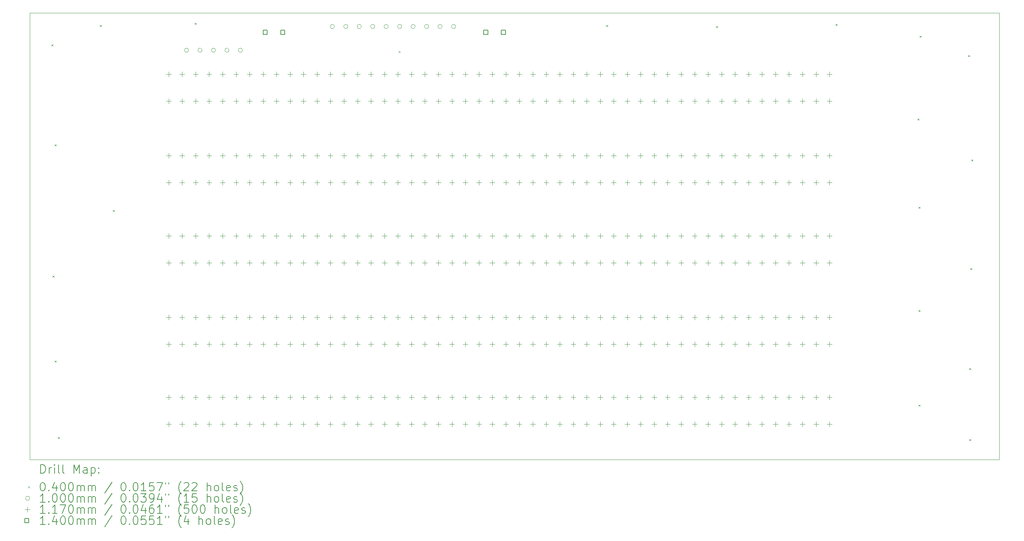
<source format=gbr>
%FSLAX45Y45*%
G04 Gerber Fmt 4.5, Leading zero omitted, Abs format (unit mm)*
G04 Created by KiCad (PCBNEW (6.0.0)) date 2022-01-24 17:49:51*
%MOMM*%
%LPD*%
G01*
G04 APERTURE LIST*
%TA.AperFunction,Profile*%
%ADD10C,0.100000*%
%TD*%
%ADD11C,0.200000*%
%ADD12C,0.040000*%
%ADD13C,0.100000*%
%ADD14C,0.117000*%
%ADD15C,0.140000*%
G04 APERTURE END LIST*
D10*
X26473600Y-14439400D02*
X26473600Y-3889400D01*
X3613600Y-14439400D02*
X26473600Y-14439400D01*
X3613600Y-3889400D02*
X3613600Y-14439400D01*
X26473600Y-3889400D02*
X3613600Y-3889400D01*
D11*
D12*
X4120200Y-4628200D02*
X4160200Y-4668200D01*
X4160200Y-4628200D02*
X4120200Y-4668200D01*
X4145600Y-10089200D02*
X4185600Y-10129200D01*
X4185600Y-10089200D02*
X4145600Y-10129200D01*
X4196400Y-6990400D02*
X4236400Y-7030400D01*
X4236400Y-6990400D02*
X4196400Y-7030400D01*
X4196400Y-12095800D02*
X4236400Y-12135800D01*
X4236400Y-12095800D02*
X4196400Y-12135800D01*
X4272600Y-13899200D02*
X4312600Y-13939200D01*
X4312600Y-13899200D02*
X4272600Y-13939200D01*
X5263200Y-4171000D02*
X5303200Y-4211000D01*
X5303200Y-4171000D02*
X5263200Y-4211000D01*
X5568000Y-8539800D02*
X5608000Y-8579800D01*
X5608000Y-8539800D02*
X5568000Y-8579800D01*
X7498400Y-4120200D02*
X7538400Y-4160200D01*
X7538400Y-4120200D02*
X7498400Y-4160200D01*
X12305800Y-4783800D02*
X12345800Y-4823800D01*
X12345800Y-4783800D02*
X12305800Y-4823800D01*
X17201200Y-4171000D02*
X17241200Y-4211000D01*
X17241200Y-4171000D02*
X17201200Y-4211000D01*
X19792000Y-4196400D02*
X19832000Y-4236400D01*
X19832000Y-4196400D02*
X19792000Y-4236400D01*
X22611400Y-4145600D02*
X22651400Y-4185600D01*
X22651400Y-4145600D02*
X22611400Y-4185600D01*
X24541800Y-6380800D02*
X24581800Y-6420800D01*
X24581800Y-6380800D02*
X24541800Y-6420800D01*
X24567200Y-8463600D02*
X24607200Y-8503600D01*
X24607200Y-8463600D02*
X24567200Y-8503600D01*
X24567200Y-10902000D02*
X24607200Y-10942000D01*
X24607200Y-10902000D02*
X24567200Y-10942000D01*
X24567200Y-13137200D02*
X24607200Y-13177200D01*
X24607200Y-13137200D02*
X24567200Y-13177200D01*
X24592600Y-4425000D02*
X24632600Y-4465000D01*
X24632600Y-4425000D02*
X24592600Y-4465000D01*
X25735600Y-4882200D02*
X25775600Y-4922200D01*
X25775600Y-4882200D02*
X25735600Y-4922200D01*
X25761000Y-12273600D02*
X25801000Y-12313600D01*
X25801000Y-12273600D02*
X25761000Y-12313600D01*
X25761000Y-13950000D02*
X25801000Y-13990000D01*
X25801000Y-13950000D02*
X25761000Y-13990000D01*
X25786400Y-9911400D02*
X25826400Y-9951400D01*
X25826400Y-9911400D02*
X25786400Y-9951400D01*
X25811800Y-7346000D02*
X25851800Y-7386000D01*
X25851800Y-7346000D02*
X25811800Y-7386000D01*
D13*
X7355600Y-4766400D02*
G75*
G03*
X7355600Y-4766400I-50000J0D01*
G01*
X7673100Y-4766400D02*
G75*
G03*
X7673100Y-4766400I-50000J0D01*
G01*
X7990600Y-4766400D02*
G75*
G03*
X7990600Y-4766400I-50000J0D01*
G01*
X8308100Y-4766400D02*
G75*
G03*
X8308100Y-4766400I-50000J0D01*
G01*
X8625600Y-4766400D02*
G75*
G03*
X8625600Y-4766400I-50000J0D01*
G01*
X10793600Y-4207400D02*
G75*
G03*
X10793600Y-4207400I-50000J0D01*
G01*
X11111100Y-4207400D02*
G75*
G03*
X11111100Y-4207400I-50000J0D01*
G01*
X11428600Y-4207400D02*
G75*
G03*
X11428600Y-4207400I-50000J0D01*
G01*
X11746100Y-4207400D02*
G75*
G03*
X11746100Y-4207400I-50000J0D01*
G01*
X12063600Y-4207400D02*
G75*
G03*
X12063600Y-4207400I-50000J0D01*
G01*
X12381100Y-4207400D02*
G75*
G03*
X12381100Y-4207400I-50000J0D01*
G01*
X12698600Y-4207400D02*
G75*
G03*
X12698600Y-4207400I-50000J0D01*
G01*
X13016100Y-4207400D02*
G75*
G03*
X13016100Y-4207400I-50000J0D01*
G01*
X13333600Y-4207400D02*
G75*
G03*
X13333600Y-4207400I-50000J0D01*
G01*
X13651100Y-4207400D02*
G75*
G03*
X13651100Y-4207400I-50000J0D01*
G01*
D14*
X6884600Y-5277900D02*
X6884600Y-5394900D01*
X6826100Y-5336400D02*
X6943100Y-5336400D01*
X6884600Y-5912900D02*
X6884600Y-6029900D01*
X6826100Y-5971400D02*
X6943100Y-5971400D01*
X6884600Y-7195900D02*
X6884600Y-7312900D01*
X6826100Y-7254400D02*
X6943100Y-7254400D01*
X6884600Y-7830900D02*
X6884600Y-7947900D01*
X6826100Y-7889400D02*
X6943100Y-7889400D01*
X6884600Y-9091900D02*
X6884600Y-9208900D01*
X6826100Y-9150400D02*
X6943100Y-9150400D01*
X6884600Y-9726900D02*
X6884600Y-9843900D01*
X6826100Y-9785400D02*
X6943100Y-9785400D01*
X6884600Y-11014900D02*
X6884600Y-11131900D01*
X6826100Y-11073400D02*
X6943100Y-11073400D01*
X6884600Y-11649900D02*
X6884600Y-11766900D01*
X6826100Y-11708400D02*
X6943100Y-11708400D01*
X6884600Y-12903900D02*
X6884600Y-13020900D01*
X6826100Y-12962400D02*
X6943100Y-12962400D01*
X6884600Y-13538900D02*
X6884600Y-13655900D01*
X6826100Y-13597400D02*
X6943100Y-13597400D01*
X7202600Y-5277900D02*
X7202600Y-5394900D01*
X7144100Y-5336400D02*
X7261100Y-5336400D01*
X7202600Y-5912900D02*
X7202600Y-6029900D01*
X7144100Y-5971400D02*
X7261100Y-5971400D01*
X7202600Y-7195900D02*
X7202600Y-7312900D01*
X7144100Y-7254400D02*
X7261100Y-7254400D01*
X7202600Y-7830900D02*
X7202600Y-7947900D01*
X7144100Y-7889400D02*
X7261100Y-7889400D01*
X7202600Y-9091900D02*
X7202600Y-9208900D01*
X7144100Y-9150400D02*
X7261100Y-9150400D01*
X7202600Y-9726900D02*
X7202600Y-9843900D01*
X7144100Y-9785400D02*
X7261100Y-9785400D01*
X7202600Y-11014900D02*
X7202600Y-11131900D01*
X7144100Y-11073400D02*
X7261100Y-11073400D01*
X7202600Y-11649900D02*
X7202600Y-11766900D01*
X7144100Y-11708400D02*
X7261100Y-11708400D01*
X7202600Y-12903900D02*
X7202600Y-13020900D01*
X7144100Y-12962400D02*
X7261100Y-12962400D01*
X7202600Y-13538900D02*
X7202600Y-13655900D01*
X7144100Y-13597400D02*
X7261100Y-13597400D01*
X7520600Y-5277900D02*
X7520600Y-5394900D01*
X7462100Y-5336400D02*
X7579100Y-5336400D01*
X7520600Y-5912900D02*
X7520600Y-6029900D01*
X7462100Y-5971400D02*
X7579100Y-5971400D01*
X7520600Y-7195900D02*
X7520600Y-7312900D01*
X7462100Y-7254400D02*
X7579100Y-7254400D01*
X7520600Y-7830900D02*
X7520600Y-7947900D01*
X7462100Y-7889400D02*
X7579100Y-7889400D01*
X7520600Y-9091900D02*
X7520600Y-9208900D01*
X7462100Y-9150400D02*
X7579100Y-9150400D01*
X7520600Y-9726900D02*
X7520600Y-9843900D01*
X7462100Y-9785400D02*
X7579100Y-9785400D01*
X7520600Y-11014900D02*
X7520600Y-11131900D01*
X7462100Y-11073400D02*
X7579100Y-11073400D01*
X7520600Y-11649900D02*
X7520600Y-11766900D01*
X7462100Y-11708400D02*
X7579100Y-11708400D01*
X7520600Y-12903900D02*
X7520600Y-13020900D01*
X7462100Y-12962400D02*
X7579100Y-12962400D01*
X7520600Y-13538900D02*
X7520600Y-13655900D01*
X7462100Y-13597400D02*
X7579100Y-13597400D01*
X7838600Y-5277900D02*
X7838600Y-5394900D01*
X7780100Y-5336400D02*
X7897100Y-5336400D01*
X7838600Y-5912900D02*
X7838600Y-6029900D01*
X7780100Y-5971400D02*
X7897100Y-5971400D01*
X7838600Y-7195900D02*
X7838600Y-7312900D01*
X7780100Y-7254400D02*
X7897100Y-7254400D01*
X7838600Y-7830900D02*
X7838600Y-7947900D01*
X7780100Y-7889400D02*
X7897100Y-7889400D01*
X7838600Y-9091900D02*
X7838600Y-9208900D01*
X7780100Y-9150400D02*
X7897100Y-9150400D01*
X7838600Y-9726900D02*
X7838600Y-9843900D01*
X7780100Y-9785400D02*
X7897100Y-9785400D01*
X7838600Y-11014900D02*
X7838600Y-11131900D01*
X7780100Y-11073400D02*
X7897100Y-11073400D01*
X7838600Y-11649900D02*
X7838600Y-11766900D01*
X7780100Y-11708400D02*
X7897100Y-11708400D01*
X7838600Y-12903900D02*
X7838600Y-13020900D01*
X7780100Y-12962400D02*
X7897100Y-12962400D01*
X7838600Y-13538900D02*
X7838600Y-13655900D01*
X7780100Y-13597400D02*
X7897100Y-13597400D01*
X8156600Y-5277900D02*
X8156600Y-5394900D01*
X8098100Y-5336400D02*
X8215100Y-5336400D01*
X8156600Y-5912900D02*
X8156600Y-6029900D01*
X8098100Y-5971400D02*
X8215100Y-5971400D01*
X8156600Y-7195900D02*
X8156600Y-7312900D01*
X8098100Y-7254400D02*
X8215100Y-7254400D01*
X8156600Y-7830900D02*
X8156600Y-7947900D01*
X8098100Y-7889400D02*
X8215100Y-7889400D01*
X8156600Y-9091900D02*
X8156600Y-9208900D01*
X8098100Y-9150400D02*
X8215100Y-9150400D01*
X8156600Y-9726900D02*
X8156600Y-9843900D01*
X8098100Y-9785400D02*
X8215100Y-9785400D01*
X8156600Y-11014900D02*
X8156600Y-11131900D01*
X8098100Y-11073400D02*
X8215100Y-11073400D01*
X8156600Y-11649900D02*
X8156600Y-11766900D01*
X8098100Y-11708400D02*
X8215100Y-11708400D01*
X8156600Y-12903900D02*
X8156600Y-13020900D01*
X8098100Y-12962400D02*
X8215100Y-12962400D01*
X8156600Y-13538900D02*
X8156600Y-13655900D01*
X8098100Y-13597400D02*
X8215100Y-13597400D01*
X8474600Y-5277900D02*
X8474600Y-5394900D01*
X8416100Y-5336400D02*
X8533100Y-5336400D01*
X8474600Y-5912900D02*
X8474600Y-6029900D01*
X8416100Y-5971400D02*
X8533100Y-5971400D01*
X8474600Y-7195900D02*
X8474600Y-7312900D01*
X8416100Y-7254400D02*
X8533100Y-7254400D01*
X8474600Y-7830900D02*
X8474600Y-7947900D01*
X8416100Y-7889400D02*
X8533100Y-7889400D01*
X8474600Y-9091900D02*
X8474600Y-9208900D01*
X8416100Y-9150400D02*
X8533100Y-9150400D01*
X8474600Y-9726900D02*
X8474600Y-9843900D01*
X8416100Y-9785400D02*
X8533100Y-9785400D01*
X8474600Y-11014900D02*
X8474600Y-11131900D01*
X8416100Y-11073400D02*
X8533100Y-11073400D01*
X8474600Y-11649900D02*
X8474600Y-11766900D01*
X8416100Y-11708400D02*
X8533100Y-11708400D01*
X8474600Y-12903900D02*
X8474600Y-13020900D01*
X8416100Y-12962400D02*
X8533100Y-12962400D01*
X8474600Y-13538900D02*
X8474600Y-13655900D01*
X8416100Y-13597400D02*
X8533100Y-13597400D01*
X8792600Y-5277900D02*
X8792600Y-5394900D01*
X8734100Y-5336400D02*
X8851100Y-5336400D01*
X8792600Y-5912900D02*
X8792600Y-6029900D01*
X8734100Y-5971400D02*
X8851100Y-5971400D01*
X8792600Y-7195900D02*
X8792600Y-7312900D01*
X8734100Y-7254400D02*
X8851100Y-7254400D01*
X8792600Y-7830900D02*
X8792600Y-7947900D01*
X8734100Y-7889400D02*
X8851100Y-7889400D01*
X8792600Y-9091900D02*
X8792600Y-9208900D01*
X8734100Y-9150400D02*
X8851100Y-9150400D01*
X8792600Y-9726900D02*
X8792600Y-9843900D01*
X8734100Y-9785400D02*
X8851100Y-9785400D01*
X8792600Y-11014900D02*
X8792600Y-11131900D01*
X8734100Y-11073400D02*
X8851100Y-11073400D01*
X8792600Y-11649900D02*
X8792600Y-11766900D01*
X8734100Y-11708400D02*
X8851100Y-11708400D01*
X8792600Y-12903900D02*
X8792600Y-13020900D01*
X8734100Y-12962400D02*
X8851100Y-12962400D01*
X8792600Y-13538900D02*
X8792600Y-13655900D01*
X8734100Y-13597400D02*
X8851100Y-13597400D01*
X9110600Y-5277900D02*
X9110600Y-5394900D01*
X9052100Y-5336400D02*
X9169100Y-5336400D01*
X9110600Y-5912900D02*
X9110600Y-6029900D01*
X9052100Y-5971400D02*
X9169100Y-5971400D01*
X9110600Y-7195900D02*
X9110600Y-7312900D01*
X9052100Y-7254400D02*
X9169100Y-7254400D01*
X9110600Y-7830900D02*
X9110600Y-7947900D01*
X9052100Y-7889400D02*
X9169100Y-7889400D01*
X9110600Y-9091900D02*
X9110600Y-9208900D01*
X9052100Y-9150400D02*
X9169100Y-9150400D01*
X9110600Y-9726900D02*
X9110600Y-9843900D01*
X9052100Y-9785400D02*
X9169100Y-9785400D01*
X9110600Y-11014900D02*
X9110600Y-11131900D01*
X9052100Y-11073400D02*
X9169100Y-11073400D01*
X9110600Y-11649900D02*
X9110600Y-11766900D01*
X9052100Y-11708400D02*
X9169100Y-11708400D01*
X9110600Y-12903900D02*
X9110600Y-13020900D01*
X9052100Y-12962400D02*
X9169100Y-12962400D01*
X9110600Y-13538900D02*
X9110600Y-13655900D01*
X9052100Y-13597400D02*
X9169100Y-13597400D01*
X9428600Y-5277900D02*
X9428600Y-5394900D01*
X9370100Y-5336400D02*
X9487100Y-5336400D01*
X9428600Y-5912900D02*
X9428600Y-6029900D01*
X9370100Y-5971400D02*
X9487100Y-5971400D01*
X9428600Y-7195900D02*
X9428600Y-7312900D01*
X9370100Y-7254400D02*
X9487100Y-7254400D01*
X9428600Y-7830900D02*
X9428600Y-7947900D01*
X9370100Y-7889400D02*
X9487100Y-7889400D01*
X9428600Y-9091900D02*
X9428600Y-9208900D01*
X9370100Y-9150400D02*
X9487100Y-9150400D01*
X9428600Y-9726900D02*
X9428600Y-9843900D01*
X9370100Y-9785400D02*
X9487100Y-9785400D01*
X9428600Y-11014900D02*
X9428600Y-11131900D01*
X9370100Y-11073400D02*
X9487100Y-11073400D01*
X9428600Y-11649900D02*
X9428600Y-11766900D01*
X9370100Y-11708400D02*
X9487100Y-11708400D01*
X9428600Y-12903900D02*
X9428600Y-13020900D01*
X9370100Y-12962400D02*
X9487100Y-12962400D01*
X9428600Y-13538900D02*
X9428600Y-13655900D01*
X9370100Y-13597400D02*
X9487100Y-13597400D01*
X9746600Y-5277900D02*
X9746600Y-5394900D01*
X9688100Y-5336400D02*
X9805100Y-5336400D01*
X9746600Y-5912900D02*
X9746600Y-6029900D01*
X9688100Y-5971400D02*
X9805100Y-5971400D01*
X9746600Y-7195900D02*
X9746600Y-7312900D01*
X9688100Y-7254400D02*
X9805100Y-7254400D01*
X9746600Y-7830900D02*
X9746600Y-7947900D01*
X9688100Y-7889400D02*
X9805100Y-7889400D01*
X9746600Y-9091900D02*
X9746600Y-9208900D01*
X9688100Y-9150400D02*
X9805100Y-9150400D01*
X9746600Y-9726900D02*
X9746600Y-9843900D01*
X9688100Y-9785400D02*
X9805100Y-9785400D01*
X9746600Y-11014900D02*
X9746600Y-11131900D01*
X9688100Y-11073400D02*
X9805100Y-11073400D01*
X9746600Y-11649900D02*
X9746600Y-11766900D01*
X9688100Y-11708400D02*
X9805100Y-11708400D01*
X9746600Y-12903900D02*
X9746600Y-13020900D01*
X9688100Y-12962400D02*
X9805100Y-12962400D01*
X9746600Y-13538900D02*
X9746600Y-13655900D01*
X9688100Y-13597400D02*
X9805100Y-13597400D01*
X10064600Y-5277900D02*
X10064600Y-5394900D01*
X10006100Y-5336400D02*
X10123100Y-5336400D01*
X10064600Y-5912900D02*
X10064600Y-6029900D01*
X10006100Y-5971400D02*
X10123100Y-5971400D01*
X10064600Y-7195900D02*
X10064600Y-7312900D01*
X10006100Y-7254400D02*
X10123100Y-7254400D01*
X10064600Y-7830900D02*
X10064600Y-7947900D01*
X10006100Y-7889400D02*
X10123100Y-7889400D01*
X10064600Y-9091900D02*
X10064600Y-9208900D01*
X10006100Y-9150400D02*
X10123100Y-9150400D01*
X10064600Y-9726900D02*
X10064600Y-9843900D01*
X10006100Y-9785400D02*
X10123100Y-9785400D01*
X10064600Y-11014900D02*
X10064600Y-11131900D01*
X10006100Y-11073400D02*
X10123100Y-11073400D01*
X10064600Y-11649900D02*
X10064600Y-11766900D01*
X10006100Y-11708400D02*
X10123100Y-11708400D01*
X10064600Y-12903900D02*
X10064600Y-13020900D01*
X10006100Y-12962400D02*
X10123100Y-12962400D01*
X10064600Y-13538900D02*
X10064600Y-13655900D01*
X10006100Y-13597400D02*
X10123100Y-13597400D01*
X10382600Y-5277900D02*
X10382600Y-5394900D01*
X10324100Y-5336400D02*
X10441100Y-5336400D01*
X10382600Y-5912900D02*
X10382600Y-6029900D01*
X10324100Y-5971400D02*
X10441100Y-5971400D01*
X10382600Y-7195900D02*
X10382600Y-7312900D01*
X10324100Y-7254400D02*
X10441100Y-7254400D01*
X10382600Y-7830900D02*
X10382600Y-7947900D01*
X10324100Y-7889400D02*
X10441100Y-7889400D01*
X10382600Y-9091900D02*
X10382600Y-9208900D01*
X10324100Y-9150400D02*
X10441100Y-9150400D01*
X10382600Y-9726900D02*
X10382600Y-9843900D01*
X10324100Y-9785400D02*
X10441100Y-9785400D01*
X10382600Y-11014900D02*
X10382600Y-11131900D01*
X10324100Y-11073400D02*
X10441100Y-11073400D01*
X10382600Y-11649900D02*
X10382600Y-11766900D01*
X10324100Y-11708400D02*
X10441100Y-11708400D01*
X10382600Y-12903900D02*
X10382600Y-13020900D01*
X10324100Y-12962400D02*
X10441100Y-12962400D01*
X10382600Y-13538900D02*
X10382600Y-13655900D01*
X10324100Y-13597400D02*
X10441100Y-13597400D01*
X10700600Y-5277900D02*
X10700600Y-5394900D01*
X10642100Y-5336400D02*
X10759100Y-5336400D01*
X10700600Y-5912900D02*
X10700600Y-6029900D01*
X10642100Y-5971400D02*
X10759100Y-5971400D01*
X10700600Y-7195900D02*
X10700600Y-7312900D01*
X10642100Y-7254400D02*
X10759100Y-7254400D01*
X10700600Y-7830900D02*
X10700600Y-7947900D01*
X10642100Y-7889400D02*
X10759100Y-7889400D01*
X10700600Y-9091900D02*
X10700600Y-9208900D01*
X10642100Y-9150400D02*
X10759100Y-9150400D01*
X10700600Y-9726900D02*
X10700600Y-9843900D01*
X10642100Y-9785400D02*
X10759100Y-9785400D01*
X10700600Y-11014900D02*
X10700600Y-11131900D01*
X10642100Y-11073400D02*
X10759100Y-11073400D01*
X10700600Y-11649900D02*
X10700600Y-11766900D01*
X10642100Y-11708400D02*
X10759100Y-11708400D01*
X10700600Y-12903900D02*
X10700600Y-13020900D01*
X10642100Y-12962400D02*
X10759100Y-12962400D01*
X10700600Y-13538900D02*
X10700600Y-13655900D01*
X10642100Y-13597400D02*
X10759100Y-13597400D01*
X11018600Y-5277900D02*
X11018600Y-5394900D01*
X10960100Y-5336400D02*
X11077100Y-5336400D01*
X11018600Y-5912900D02*
X11018600Y-6029900D01*
X10960100Y-5971400D02*
X11077100Y-5971400D01*
X11018600Y-7195900D02*
X11018600Y-7312900D01*
X10960100Y-7254400D02*
X11077100Y-7254400D01*
X11018600Y-7830900D02*
X11018600Y-7947900D01*
X10960100Y-7889400D02*
X11077100Y-7889400D01*
X11018600Y-9091900D02*
X11018600Y-9208900D01*
X10960100Y-9150400D02*
X11077100Y-9150400D01*
X11018600Y-9726900D02*
X11018600Y-9843900D01*
X10960100Y-9785400D02*
X11077100Y-9785400D01*
X11018600Y-11014900D02*
X11018600Y-11131900D01*
X10960100Y-11073400D02*
X11077100Y-11073400D01*
X11018600Y-11649900D02*
X11018600Y-11766900D01*
X10960100Y-11708400D02*
X11077100Y-11708400D01*
X11018600Y-12903900D02*
X11018600Y-13020900D01*
X10960100Y-12962400D02*
X11077100Y-12962400D01*
X11018600Y-13538900D02*
X11018600Y-13655900D01*
X10960100Y-13597400D02*
X11077100Y-13597400D01*
X11336600Y-5277900D02*
X11336600Y-5394900D01*
X11278100Y-5336400D02*
X11395100Y-5336400D01*
X11336600Y-5912900D02*
X11336600Y-6029900D01*
X11278100Y-5971400D02*
X11395100Y-5971400D01*
X11336600Y-7195900D02*
X11336600Y-7312900D01*
X11278100Y-7254400D02*
X11395100Y-7254400D01*
X11336600Y-7830900D02*
X11336600Y-7947900D01*
X11278100Y-7889400D02*
X11395100Y-7889400D01*
X11336600Y-9091900D02*
X11336600Y-9208900D01*
X11278100Y-9150400D02*
X11395100Y-9150400D01*
X11336600Y-9726900D02*
X11336600Y-9843900D01*
X11278100Y-9785400D02*
X11395100Y-9785400D01*
X11336600Y-11014900D02*
X11336600Y-11131900D01*
X11278100Y-11073400D02*
X11395100Y-11073400D01*
X11336600Y-11649900D02*
X11336600Y-11766900D01*
X11278100Y-11708400D02*
X11395100Y-11708400D01*
X11336600Y-12903900D02*
X11336600Y-13020900D01*
X11278100Y-12962400D02*
X11395100Y-12962400D01*
X11336600Y-13538900D02*
X11336600Y-13655900D01*
X11278100Y-13597400D02*
X11395100Y-13597400D01*
X11654600Y-5277900D02*
X11654600Y-5394900D01*
X11596100Y-5336400D02*
X11713100Y-5336400D01*
X11654600Y-5912900D02*
X11654600Y-6029900D01*
X11596100Y-5971400D02*
X11713100Y-5971400D01*
X11654600Y-7195900D02*
X11654600Y-7312900D01*
X11596100Y-7254400D02*
X11713100Y-7254400D01*
X11654600Y-7830900D02*
X11654600Y-7947900D01*
X11596100Y-7889400D02*
X11713100Y-7889400D01*
X11654600Y-9091900D02*
X11654600Y-9208900D01*
X11596100Y-9150400D02*
X11713100Y-9150400D01*
X11654600Y-9726900D02*
X11654600Y-9843900D01*
X11596100Y-9785400D02*
X11713100Y-9785400D01*
X11654600Y-11014900D02*
X11654600Y-11131900D01*
X11596100Y-11073400D02*
X11713100Y-11073400D01*
X11654600Y-11649900D02*
X11654600Y-11766900D01*
X11596100Y-11708400D02*
X11713100Y-11708400D01*
X11654600Y-12903900D02*
X11654600Y-13020900D01*
X11596100Y-12962400D02*
X11713100Y-12962400D01*
X11654600Y-13538900D02*
X11654600Y-13655900D01*
X11596100Y-13597400D02*
X11713100Y-13597400D01*
X11972600Y-5277900D02*
X11972600Y-5394900D01*
X11914100Y-5336400D02*
X12031100Y-5336400D01*
X11972600Y-5912900D02*
X11972600Y-6029900D01*
X11914100Y-5971400D02*
X12031100Y-5971400D01*
X11972600Y-7195900D02*
X11972600Y-7312900D01*
X11914100Y-7254400D02*
X12031100Y-7254400D01*
X11972600Y-7830900D02*
X11972600Y-7947900D01*
X11914100Y-7889400D02*
X12031100Y-7889400D01*
X11972600Y-9091900D02*
X11972600Y-9208900D01*
X11914100Y-9150400D02*
X12031100Y-9150400D01*
X11972600Y-9726900D02*
X11972600Y-9843900D01*
X11914100Y-9785400D02*
X12031100Y-9785400D01*
X11972600Y-11014900D02*
X11972600Y-11131900D01*
X11914100Y-11073400D02*
X12031100Y-11073400D01*
X11972600Y-11649900D02*
X11972600Y-11766900D01*
X11914100Y-11708400D02*
X12031100Y-11708400D01*
X11972600Y-12903900D02*
X11972600Y-13020900D01*
X11914100Y-12962400D02*
X12031100Y-12962400D01*
X11972600Y-13538900D02*
X11972600Y-13655900D01*
X11914100Y-13597400D02*
X12031100Y-13597400D01*
X12290600Y-5277900D02*
X12290600Y-5394900D01*
X12232100Y-5336400D02*
X12349100Y-5336400D01*
X12290600Y-5912900D02*
X12290600Y-6029900D01*
X12232100Y-5971400D02*
X12349100Y-5971400D01*
X12290600Y-7195900D02*
X12290600Y-7312900D01*
X12232100Y-7254400D02*
X12349100Y-7254400D01*
X12290600Y-7830900D02*
X12290600Y-7947900D01*
X12232100Y-7889400D02*
X12349100Y-7889400D01*
X12290600Y-9091900D02*
X12290600Y-9208900D01*
X12232100Y-9150400D02*
X12349100Y-9150400D01*
X12290600Y-9726900D02*
X12290600Y-9843900D01*
X12232100Y-9785400D02*
X12349100Y-9785400D01*
X12290600Y-11014900D02*
X12290600Y-11131900D01*
X12232100Y-11073400D02*
X12349100Y-11073400D01*
X12290600Y-11649900D02*
X12290600Y-11766900D01*
X12232100Y-11708400D02*
X12349100Y-11708400D01*
X12290600Y-12903900D02*
X12290600Y-13020900D01*
X12232100Y-12962400D02*
X12349100Y-12962400D01*
X12290600Y-13538900D02*
X12290600Y-13655900D01*
X12232100Y-13597400D02*
X12349100Y-13597400D01*
X12608600Y-5277900D02*
X12608600Y-5394900D01*
X12550100Y-5336400D02*
X12667100Y-5336400D01*
X12608600Y-5912900D02*
X12608600Y-6029900D01*
X12550100Y-5971400D02*
X12667100Y-5971400D01*
X12608600Y-7195900D02*
X12608600Y-7312900D01*
X12550100Y-7254400D02*
X12667100Y-7254400D01*
X12608600Y-7830900D02*
X12608600Y-7947900D01*
X12550100Y-7889400D02*
X12667100Y-7889400D01*
X12608600Y-9091900D02*
X12608600Y-9208900D01*
X12550100Y-9150400D02*
X12667100Y-9150400D01*
X12608600Y-9726900D02*
X12608600Y-9843900D01*
X12550100Y-9785400D02*
X12667100Y-9785400D01*
X12608600Y-11014900D02*
X12608600Y-11131900D01*
X12550100Y-11073400D02*
X12667100Y-11073400D01*
X12608600Y-11649900D02*
X12608600Y-11766900D01*
X12550100Y-11708400D02*
X12667100Y-11708400D01*
X12608600Y-12903900D02*
X12608600Y-13020900D01*
X12550100Y-12962400D02*
X12667100Y-12962400D01*
X12608600Y-13538900D02*
X12608600Y-13655900D01*
X12550100Y-13597400D02*
X12667100Y-13597400D01*
X12926600Y-5277900D02*
X12926600Y-5394900D01*
X12868100Y-5336400D02*
X12985100Y-5336400D01*
X12926600Y-5912900D02*
X12926600Y-6029900D01*
X12868100Y-5971400D02*
X12985100Y-5971400D01*
X12926600Y-7195900D02*
X12926600Y-7312900D01*
X12868100Y-7254400D02*
X12985100Y-7254400D01*
X12926600Y-7830900D02*
X12926600Y-7947900D01*
X12868100Y-7889400D02*
X12985100Y-7889400D01*
X12926600Y-9091900D02*
X12926600Y-9208900D01*
X12868100Y-9150400D02*
X12985100Y-9150400D01*
X12926600Y-9726900D02*
X12926600Y-9843900D01*
X12868100Y-9785400D02*
X12985100Y-9785400D01*
X12926600Y-11014900D02*
X12926600Y-11131900D01*
X12868100Y-11073400D02*
X12985100Y-11073400D01*
X12926600Y-11649900D02*
X12926600Y-11766900D01*
X12868100Y-11708400D02*
X12985100Y-11708400D01*
X12926600Y-12903900D02*
X12926600Y-13020900D01*
X12868100Y-12962400D02*
X12985100Y-12962400D01*
X12926600Y-13538900D02*
X12926600Y-13655900D01*
X12868100Y-13597400D02*
X12985100Y-13597400D01*
X13244600Y-5277900D02*
X13244600Y-5394900D01*
X13186100Y-5336400D02*
X13303100Y-5336400D01*
X13244600Y-5912900D02*
X13244600Y-6029900D01*
X13186100Y-5971400D02*
X13303100Y-5971400D01*
X13244600Y-7195900D02*
X13244600Y-7312900D01*
X13186100Y-7254400D02*
X13303100Y-7254400D01*
X13244600Y-7830900D02*
X13244600Y-7947900D01*
X13186100Y-7889400D02*
X13303100Y-7889400D01*
X13244600Y-9091900D02*
X13244600Y-9208900D01*
X13186100Y-9150400D02*
X13303100Y-9150400D01*
X13244600Y-9726900D02*
X13244600Y-9843900D01*
X13186100Y-9785400D02*
X13303100Y-9785400D01*
X13244600Y-11014900D02*
X13244600Y-11131900D01*
X13186100Y-11073400D02*
X13303100Y-11073400D01*
X13244600Y-11649900D02*
X13244600Y-11766900D01*
X13186100Y-11708400D02*
X13303100Y-11708400D01*
X13244600Y-12903900D02*
X13244600Y-13020900D01*
X13186100Y-12962400D02*
X13303100Y-12962400D01*
X13244600Y-13538900D02*
X13244600Y-13655900D01*
X13186100Y-13597400D02*
X13303100Y-13597400D01*
X13562600Y-5277900D02*
X13562600Y-5394900D01*
X13504100Y-5336400D02*
X13621100Y-5336400D01*
X13562600Y-5912900D02*
X13562600Y-6029900D01*
X13504100Y-5971400D02*
X13621100Y-5971400D01*
X13562600Y-7195900D02*
X13562600Y-7312900D01*
X13504100Y-7254400D02*
X13621100Y-7254400D01*
X13562600Y-7830900D02*
X13562600Y-7947900D01*
X13504100Y-7889400D02*
X13621100Y-7889400D01*
X13562600Y-9091900D02*
X13562600Y-9208900D01*
X13504100Y-9150400D02*
X13621100Y-9150400D01*
X13562600Y-9726900D02*
X13562600Y-9843900D01*
X13504100Y-9785400D02*
X13621100Y-9785400D01*
X13562600Y-11014900D02*
X13562600Y-11131900D01*
X13504100Y-11073400D02*
X13621100Y-11073400D01*
X13562600Y-11649900D02*
X13562600Y-11766900D01*
X13504100Y-11708400D02*
X13621100Y-11708400D01*
X13562600Y-12903900D02*
X13562600Y-13020900D01*
X13504100Y-12962400D02*
X13621100Y-12962400D01*
X13562600Y-13538900D02*
X13562600Y-13655900D01*
X13504100Y-13597400D02*
X13621100Y-13597400D01*
X13880600Y-5277900D02*
X13880600Y-5394900D01*
X13822100Y-5336400D02*
X13939100Y-5336400D01*
X13880600Y-5912900D02*
X13880600Y-6029900D01*
X13822100Y-5971400D02*
X13939100Y-5971400D01*
X13880600Y-7195900D02*
X13880600Y-7312900D01*
X13822100Y-7254400D02*
X13939100Y-7254400D01*
X13880600Y-7830900D02*
X13880600Y-7947900D01*
X13822100Y-7889400D02*
X13939100Y-7889400D01*
X13880600Y-9091900D02*
X13880600Y-9208900D01*
X13822100Y-9150400D02*
X13939100Y-9150400D01*
X13880600Y-9726900D02*
X13880600Y-9843900D01*
X13822100Y-9785400D02*
X13939100Y-9785400D01*
X13880600Y-11014900D02*
X13880600Y-11131900D01*
X13822100Y-11073400D02*
X13939100Y-11073400D01*
X13880600Y-11649900D02*
X13880600Y-11766900D01*
X13822100Y-11708400D02*
X13939100Y-11708400D01*
X13880600Y-12903900D02*
X13880600Y-13020900D01*
X13822100Y-12962400D02*
X13939100Y-12962400D01*
X13880600Y-13538900D02*
X13880600Y-13655900D01*
X13822100Y-13597400D02*
X13939100Y-13597400D01*
X14198600Y-5277900D02*
X14198600Y-5394900D01*
X14140100Y-5336400D02*
X14257100Y-5336400D01*
X14198600Y-5912900D02*
X14198600Y-6029900D01*
X14140100Y-5971400D02*
X14257100Y-5971400D01*
X14198600Y-7195900D02*
X14198600Y-7312900D01*
X14140100Y-7254400D02*
X14257100Y-7254400D01*
X14198600Y-7830900D02*
X14198600Y-7947900D01*
X14140100Y-7889400D02*
X14257100Y-7889400D01*
X14198600Y-9091900D02*
X14198600Y-9208900D01*
X14140100Y-9150400D02*
X14257100Y-9150400D01*
X14198600Y-9726900D02*
X14198600Y-9843900D01*
X14140100Y-9785400D02*
X14257100Y-9785400D01*
X14198600Y-11014900D02*
X14198600Y-11131900D01*
X14140100Y-11073400D02*
X14257100Y-11073400D01*
X14198600Y-11649900D02*
X14198600Y-11766900D01*
X14140100Y-11708400D02*
X14257100Y-11708400D01*
X14198600Y-12903900D02*
X14198600Y-13020900D01*
X14140100Y-12962400D02*
X14257100Y-12962400D01*
X14198600Y-13538900D02*
X14198600Y-13655900D01*
X14140100Y-13597400D02*
X14257100Y-13597400D01*
X14516600Y-5277900D02*
X14516600Y-5394900D01*
X14458100Y-5336400D02*
X14575100Y-5336400D01*
X14516600Y-5912900D02*
X14516600Y-6029900D01*
X14458100Y-5971400D02*
X14575100Y-5971400D01*
X14516600Y-7195900D02*
X14516600Y-7312900D01*
X14458100Y-7254400D02*
X14575100Y-7254400D01*
X14516600Y-7830900D02*
X14516600Y-7947900D01*
X14458100Y-7889400D02*
X14575100Y-7889400D01*
X14516600Y-9091900D02*
X14516600Y-9208900D01*
X14458100Y-9150400D02*
X14575100Y-9150400D01*
X14516600Y-9726900D02*
X14516600Y-9843900D01*
X14458100Y-9785400D02*
X14575100Y-9785400D01*
X14516600Y-11014900D02*
X14516600Y-11131900D01*
X14458100Y-11073400D02*
X14575100Y-11073400D01*
X14516600Y-11649900D02*
X14516600Y-11766900D01*
X14458100Y-11708400D02*
X14575100Y-11708400D01*
X14516600Y-12903900D02*
X14516600Y-13020900D01*
X14458100Y-12962400D02*
X14575100Y-12962400D01*
X14516600Y-13538900D02*
X14516600Y-13655900D01*
X14458100Y-13597400D02*
X14575100Y-13597400D01*
X14834600Y-5277900D02*
X14834600Y-5394900D01*
X14776100Y-5336400D02*
X14893100Y-5336400D01*
X14834600Y-5912900D02*
X14834600Y-6029900D01*
X14776100Y-5971400D02*
X14893100Y-5971400D01*
X14834600Y-7195900D02*
X14834600Y-7312900D01*
X14776100Y-7254400D02*
X14893100Y-7254400D01*
X14834600Y-7830900D02*
X14834600Y-7947900D01*
X14776100Y-7889400D02*
X14893100Y-7889400D01*
X14834600Y-9091900D02*
X14834600Y-9208900D01*
X14776100Y-9150400D02*
X14893100Y-9150400D01*
X14834600Y-9726900D02*
X14834600Y-9843900D01*
X14776100Y-9785400D02*
X14893100Y-9785400D01*
X14834600Y-11014900D02*
X14834600Y-11131900D01*
X14776100Y-11073400D02*
X14893100Y-11073400D01*
X14834600Y-11649900D02*
X14834600Y-11766900D01*
X14776100Y-11708400D02*
X14893100Y-11708400D01*
X14834600Y-12903900D02*
X14834600Y-13020900D01*
X14776100Y-12962400D02*
X14893100Y-12962400D01*
X14834600Y-13538900D02*
X14834600Y-13655900D01*
X14776100Y-13597400D02*
X14893100Y-13597400D01*
X15152600Y-5277900D02*
X15152600Y-5394900D01*
X15094100Y-5336400D02*
X15211100Y-5336400D01*
X15152600Y-5912900D02*
X15152600Y-6029900D01*
X15094100Y-5971400D02*
X15211100Y-5971400D01*
X15152600Y-7195900D02*
X15152600Y-7312900D01*
X15094100Y-7254400D02*
X15211100Y-7254400D01*
X15152600Y-7830900D02*
X15152600Y-7947900D01*
X15094100Y-7889400D02*
X15211100Y-7889400D01*
X15152600Y-9091900D02*
X15152600Y-9208900D01*
X15094100Y-9150400D02*
X15211100Y-9150400D01*
X15152600Y-9726900D02*
X15152600Y-9843900D01*
X15094100Y-9785400D02*
X15211100Y-9785400D01*
X15152600Y-11014900D02*
X15152600Y-11131900D01*
X15094100Y-11073400D02*
X15211100Y-11073400D01*
X15152600Y-11649900D02*
X15152600Y-11766900D01*
X15094100Y-11708400D02*
X15211100Y-11708400D01*
X15152600Y-12903900D02*
X15152600Y-13020900D01*
X15094100Y-12962400D02*
X15211100Y-12962400D01*
X15152600Y-13538900D02*
X15152600Y-13655900D01*
X15094100Y-13597400D02*
X15211100Y-13597400D01*
X15470600Y-5277900D02*
X15470600Y-5394900D01*
X15412100Y-5336400D02*
X15529100Y-5336400D01*
X15470600Y-5912900D02*
X15470600Y-6029900D01*
X15412100Y-5971400D02*
X15529100Y-5971400D01*
X15470600Y-7195900D02*
X15470600Y-7312900D01*
X15412100Y-7254400D02*
X15529100Y-7254400D01*
X15470600Y-7830900D02*
X15470600Y-7947900D01*
X15412100Y-7889400D02*
X15529100Y-7889400D01*
X15470600Y-9091900D02*
X15470600Y-9208900D01*
X15412100Y-9150400D02*
X15529100Y-9150400D01*
X15470600Y-9726900D02*
X15470600Y-9843900D01*
X15412100Y-9785400D02*
X15529100Y-9785400D01*
X15470600Y-11014900D02*
X15470600Y-11131900D01*
X15412100Y-11073400D02*
X15529100Y-11073400D01*
X15470600Y-11649900D02*
X15470600Y-11766900D01*
X15412100Y-11708400D02*
X15529100Y-11708400D01*
X15470600Y-12903900D02*
X15470600Y-13020900D01*
X15412100Y-12962400D02*
X15529100Y-12962400D01*
X15470600Y-13538900D02*
X15470600Y-13655900D01*
X15412100Y-13597400D02*
X15529100Y-13597400D01*
X15788600Y-5277900D02*
X15788600Y-5394900D01*
X15730100Y-5336400D02*
X15847100Y-5336400D01*
X15788600Y-5912900D02*
X15788600Y-6029900D01*
X15730100Y-5971400D02*
X15847100Y-5971400D01*
X15788600Y-7195900D02*
X15788600Y-7312900D01*
X15730100Y-7254400D02*
X15847100Y-7254400D01*
X15788600Y-7830900D02*
X15788600Y-7947900D01*
X15730100Y-7889400D02*
X15847100Y-7889400D01*
X15788600Y-9091900D02*
X15788600Y-9208900D01*
X15730100Y-9150400D02*
X15847100Y-9150400D01*
X15788600Y-9726900D02*
X15788600Y-9843900D01*
X15730100Y-9785400D02*
X15847100Y-9785400D01*
X15788600Y-11014900D02*
X15788600Y-11131900D01*
X15730100Y-11073400D02*
X15847100Y-11073400D01*
X15788600Y-11649900D02*
X15788600Y-11766900D01*
X15730100Y-11708400D02*
X15847100Y-11708400D01*
X15788600Y-12903900D02*
X15788600Y-13020900D01*
X15730100Y-12962400D02*
X15847100Y-12962400D01*
X15788600Y-13538900D02*
X15788600Y-13655900D01*
X15730100Y-13597400D02*
X15847100Y-13597400D01*
X16106600Y-5277900D02*
X16106600Y-5394900D01*
X16048100Y-5336400D02*
X16165100Y-5336400D01*
X16106600Y-5912900D02*
X16106600Y-6029900D01*
X16048100Y-5971400D02*
X16165100Y-5971400D01*
X16106600Y-7195900D02*
X16106600Y-7312900D01*
X16048100Y-7254400D02*
X16165100Y-7254400D01*
X16106600Y-7830900D02*
X16106600Y-7947900D01*
X16048100Y-7889400D02*
X16165100Y-7889400D01*
X16106600Y-9091900D02*
X16106600Y-9208900D01*
X16048100Y-9150400D02*
X16165100Y-9150400D01*
X16106600Y-9726900D02*
X16106600Y-9843900D01*
X16048100Y-9785400D02*
X16165100Y-9785400D01*
X16106600Y-11014900D02*
X16106600Y-11131900D01*
X16048100Y-11073400D02*
X16165100Y-11073400D01*
X16106600Y-11649900D02*
X16106600Y-11766900D01*
X16048100Y-11708400D02*
X16165100Y-11708400D01*
X16106600Y-12903900D02*
X16106600Y-13020900D01*
X16048100Y-12962400D02*
X16165100Y-12962400D01*
X16106600Y-13538900D02*
X16106600Y-13655900D01*
X16048100Y-13597400D02*
X16165100Y-13597400D01*
X16424600Y-5277900D02*
X16424600Y-5394900D01*
X16366100Y-5336400D02*
X16483100Y-5336400D01*
X16424600Y-5912900D02*
X16424600Y-6029900D01*
X16366100Y-5971400D02*
X16483100Y-5971400D01*
X16424600Y-7195900D02*
X16424600Y-7312900D01*
X16366100Y-7254400D02*
X16483100Y-7254400D01*
X16424600Y-7830900D02*
X16424600Y-7947900D01*
X16366100Y-7889400D02*
X16483100Y-7889400D01*
X16424600Y-9091900D02*
X16424600Y-9208900D01*
X16366100Y-9150400D02*
X16483100Y-9150400D01*
X16424600Y-9726900D02*
X16424600Y-9843900D01*
X16366100Y-9785400D02*
X16483100Y-9785400D01*
X16424600Y-11014900D02*
X16424600Y-11131900D01*
X16366100Y-11073400D02*
X16483100Y-11073400D01*
X16424600Y-11649900D02*
X16424600Y-11766900D01*
X16366100Y-11708400D02*
X16483100Y-11708400D01*
X16424600Y-12903900D02*
X16424600Y-13020900D01*
X16366100Y-12962400D02*
X16483100Y-12962400D01*
X16424600Y-13538900D02*
X16424600Y-13655900D01*
X16366100Y-13597400D02*
X16483100Y-13597400D01*
X16742600Y-5277900D02*
X16742600Y-5394900D01*
X16684100Y-5336400D02*
X16801100Y-5336400D01*
X16742600Y-5912900D02*
X16742600Y-6029900D01*
X16684100Y-5971400D02*
X16801100Y-5971400D01*
X16742600Y-7195900D02*
X16742600Y-7312900D01*
X16684100Y-7254400D02*
X16801100Y-7254400D01*
X16742600Y-7830900D02*
X16742600Y-7947900D01*
X16684100Y-7889400D02*
X16801100Y-7889400D01*
X16742600Y-9091900D02*
X16742600Y-9208900D01*
X16684100Y-9150400D02*
X16801100Y-9150400D01*
X16742600Y-9726900D02*
X16742600Y-9843900D01*
X16684100Y-9785400D02*
X16801100Y-9785400D01*
X16742600Y-11014900D02*
X16742600Y-11131900D01*
X16684100Y-11073400D02*
X16801100Y-11073400D01*
X16742600Y-11649900D02*
X16742600Y-11766900D01*
X16684100Y-11708400D02*
X16801100Y-11708400D01*
X16742600Y-12903900D02*
X16742600Y-13020900D01*
X16684100Y-12962400D02*
X16801100Y-12962400D01*
X16742600Y-13538900D02*
X16742600Y-13655900D01*
X16684100Y-13597400D02*
X16801100Y-13597400D01*
X17060600Y-5277900D02*
X17060600Y-5394900D01*
X17002100Y-5336400D02*
X17119100Y-5336400D01*
X17060600Y-5912900D02*
X17060600Y-6029900D01*
X17002100Y-5971400D02*
X17119100Y-5971400D01*
X17060600Y-7195900D02*
X17060600Y-7312900D01*
X17002100Y-7254400D02*
X17119100Y-7254400D01*
X17060600Y-7830900D02*
X17060600Y-7947900D01*
X17002100Y-7889400D02*
X17119100Y-7889400D01*
X17060600Y-9091900D02*
X17060600Y-9208900D01*
X17002100Y-9150400D02*
X17119100Y-9150400D01*
X17060600Y-9726900D02*
X17060600Y-9843900D01*
X17002100Y-9785400D02*
X17119100Y-9785400D01*
X17060600Y-11014900D02*
X17060600Y-11131900D01*
X17002100Y-11073400D02*
X17119100Y-11073400D01*
X17060600Y-11649900D02*
X17060600Y-11766900D01*
X17002100Y-11708400D02*
X17119100Y-11708400D01*
X17060600Y-12903900D02*
X17060600Y-13020900D01*
X17002100Y-12962400D02*
X17119100Y-12962400D01*
X17060600Y-13538900D02*
X17060600Y-13655900D01*
X17002100Y-13597400D02*
X17119100Y-13597400D01*
X17378600Y-5277900D02*
X17378600Y-5394900D01*
X17320100Y-5336400D02*
X17437100Y-5336400D01*
X17378600Y-5912900D02*
X17378600Y-6029900D01*
X17320100Y-5971400D02*
X17437100Y-5971400D01*
X17378600Y-7195900D02*
X17378600Y-7312900D01*
X17320100Y-7254400D02*
X17437100Y-7254400D01*
X17378600Y-7830900D02*
X17378600Y-7947900D01*
X17320100Y-7889400D02*
X17437100Y-7889400D01*
X17378600Y-9091900D02*
X17378600Y-9208900D01*
X17320100Y-9150400D02*
X17437100Y-9150400D01*
X17378600Y-9726900D02*
X17378600Y-9843900D01*
X17320100Y-9785400D02*
X17437100Y-9785400D01*
X17378600Y-11014900D02*
X17378600Y-11131900D01*
X17320100Y-11073400D02*
X17437100Y-11073400D01*
X17378600Y-11649900D02*
X17378600Y-11766900D01*
X17320100Y-11708400D02*
X17437100Y-11708400D01*
X17378600Y-12903900D02*
X17378600Y-13020900D01*
X17320100Y-12962400D02*
X17437100Y-12962400D01*
X17378600Y-13538900D02*
X17378600Y-13655900D01*
X17320100Y-13597400D02*
X17437100Y-13597400D01*
X17696600Y-5277900D02*
X17696600Y-5394900D01*
X17638100Y-5336400D02*
X17755100Y-5336400D01*
X17696600Y-5912900D02*
X17696600Y-6029900D01*
X17638100Y-5971400D02*
X17755100Y-5971400D01*
X17696600Y-7195900D02*
X17696600Y-7312900D01*
X17638100Y-7254400D02*
X17755100Y-7254400D01*
X17696600Y-7830900D02*
X17696600Y-7947900D01*
X17638100Y-7889400D02*
X17755100Y-7889400D01*
X17696600Y-9091900D02*
X17696600Y-9208900D01*
X17638100Y-9150400D02*
X17755100Y-9150400D01*
X17696600Y-9726900D02*
X17696600Y-9843900D01*
X17638100Y-9785400D02*
X17755100Y-9785400D01*
X17696600Y-11014900D02*
X17696600Y-11131900D01*
X17638100Y-11073400D02*
X17755100Y-11073400D01*
X17696600Y-11649900D02*
X17696600Y-11766900D01*
X17638100Y-11708400D02*
X17755100Y-11708400D01*
X17696600Y-12903900D02*
X17696600Y-13020900D01*
X17638100Y-12962400D02*
X17755100Y-12962400D01*
X17696600Y-13538900D02*
X17696600Y-13655900D01*
X17638100Y-13597400D02*
X17755100Y-13597400D01*
X18014600Y-5277900D02*
X18014600Y-5394900D01*
X17956100Y-5336400D02*
X18073100Y-5336400D01*
X18014600Y-5912900D02*
X18014600Y-6029900D01*
X17956100Y-5971400D02*
X18073100Y-5971400D01*
X18014600Y-7195900D02*
X18014600Y-7312900D01*
X17956100Y-7254400D02*
X18073100Y-7254400D01*
X18014600Y-7830900D02*
X18014600Y-7947900D01*
X17956100Y-7889400D02*
X18073100Y-7889400D01*
X18014600Y-9091900D02*
X18014600Y-9208900D01*
X17956100Y-9150400D02*
X18073100Y-9150400D01*
X18014600Y-9726900D02*
X18014600Y-9843900D01*
X17956100Y-9785400D02*
X18073100Y-9785400D01*
X18014600Y-11014900D02*
X18014600Y-11131900D01*
X17956100Y-11073400D02*
X18073100Y-11073400D01*
X18014600Y-11649900D02*
X18014600Y-11766900D01*
X17956100Y-11708400D02*
X18073100Y-11708400D01*
X18014600Y-12903900D02*
X18014600Y-13020900D01*
X17956100Y-12962400D02*
X18073100Y-12962400D01*
X18014600Y-13538900D02*
X18014600Y-13655900D01*
X17956100Y-13597400D02*
X18073100Y-13597400D01*
X18332600Y-5277900D02*
X18332600Y-5394900D01*
X18274100Y-5336400D02*
X18391100Y-5336400D01*
X18332600Y-5912900D02*
X18332600Y-6029900D01*
X18274100Y-5971400D02*
X18391100Y-5971400D01*
X18332600Y-7195900D02*
X18332600Y-7312900D01*
X18274100Y-7254400D02*
X18391100Y-7254400D01*
X18332600Y-7830900D02*
X18332600Y-7947900D01*
X18274100Y-7889400D02*
X18391100Y-7889400D01*
X18332600Y-9091900D02*
X18332600Y-9208900D01*
X18274100Y-9150400D02*
X18391100Y-9150400D01*
X18332600Y-9726900D02*
X18332600Y-9843900D01*
X18274100Y-9785400D02*
X18391100Y-9785400D01*
X18332600Y-11014900D02*
X18332600Y-11131900D01*
X18274100Y-11073400D02*
X18391100Y-11073400D01*
X18332600Y-11649900D02*
X18332600Y-11766900D01*
X18274100Y-11708400D02*
X18391100Y-11708400D01*
X18332600Y-12903900D02*
X18332600Y-13020900D01*
X18274100Y-12962400D02*
X18391100Y-12962400D01*
X18332600Y-13538900D02*
X18332600Y-13655900D01*
X18274100Y-13597400D02*
X18391100Y-13597400D01*
X18650600Y-5277900D02*
X18650600Y-5394900D01*
X18592100Y-5336400D02*
X18709100Y-5336400D01*
X18650600Y-5912900D02*
X18650600Y-6029900D01*
X18592100Y-5971400D02*
X18709100Y-5971400D01*
X18650600Y-7195900D02*
X18650600Y-7312900D01*
X18592100Y-7254400D02*
X18709100Y-7254400D01*
X18650600Y-7830900D02*
X18650600Y-7947900D01*
X18592100Y-7889400D02*
X18709100Y-7889400D01*
X18650600Y-9091900D02*
X18650600Y-9208900D01*
X18592100Y-9150400D02*
X18709100Y-9150400D01*
X18650600Y-9726900D02*
X18650600Y-9843900D01*
X18592100Y-9785400D02*
X18709100Y-9785400D01*
X18650600Y-11014900D02*
X18650600Y-11131900D01*
X18592100Y-11073400D02*
X18709100Y-11073400D01*
X18650600Y-11649900D02*
X18650600Y-11766900D01*
X18592100Y-11708400D02*
X18709100Y-11708400D01*
X18650600Y-12903900D02*
X18650600Y-13020900D01*
X18592100Y-12962400D02*
X18709100Y-12962400D01*
X18650600Y-13538900D02*
X18650600Y-13655900D01*
X18592100Y-13597400D02*
X18709100Y-13597400D01*
X18968600Y-5277900D02*
X18968600Y-5394900D01*
X18910100Y-5336400D02*
X19027100Y-5336400D01*
X18968600Y-5912900D02*
X18968600Y-6029900D01*
X18910100Y-5971400D02*
X19027100Y-5971400D01*
X18968600Y-7195900D02*
X18968600Y-7312900D01*
X18910100Y-7254400D02*
X19027100Y-7254400D01*
X18968600Y-7830900D02*
X18968600Y-7947900D01*
X18910100Y-7889400D02*
X19027100Y-7889400D01*
X18968600Y-9091900D02*
X18968600Y-9208900D01*
X18910100Y-9150400D02*
X19027100Y-9150400D01*
X18968600Y-9726900D02*
X18968600Y-9843900D01*
X18910100Y-9785400D02*
X19027100Y-9785400D01*
X18968600Y-11014900D02*
X18968600Y-11131900D01*
X18910100Y-11073400D02*
X19027100Y-11073400D01*
X18968600Y-11649900D02*
X18968600Y-11766900D01*
X18910100Y-11708400D02*
X19027100Y-11708400D01*
X18968600Y-12903900D02*
X18968600Y-13020900D01*
X18910100Y-12962400D02*
X19027100Y-12962400D01*
X18968600Y-13538900D02*
X18968600Y-13655900D01*
X18910100Y-13597400D02*
X19027100Y-13597400D01*
X19286600Y-5277900D02*
X19286600Y-5394900D01*
X19228100Y-5336400D02*
X19345100Y-5336400D01*
X19286600Y-5912900D02*
X19286600Y-6029900D01*
X19228100Y-5971400D02*
X19345100Y-5971400D01*
X19286600Y-7195900D02*
X19286600Y-7312900D01*
X19228100Y-7254400D02*
X19345100Y-7254400D01*
X19286600Y-7830900D02*
X19286600Y-7947900D01*
X19228100Y-7889400D02*
X19345100Y-7889400D01*
X19286600Y-9091900D02*
X19286600Y-9208900D01*
X19228100Y-9150400D02*
X19345100Y-9150400D01*
X19286600Y-9726900D02*
X19286600Y-9843900D01*
X19228100Y-9785400D02*
X19345100Y-9785400D01*
X19286600Y-11014900D02*
X19286600Y-11131900D01*
X19228100Y-11073400D02*
X19345100Y-11073400D01*
X19286600Y-11649900D02*
X19286600Y-11766900D01*
X19228100Y-11708400D02*
X19345100Y-11708400D01*
X19286600Y-12903900D02*
X19286600Y-13020900D01*
X19228100Y-12962400D02*
X19345100Y-12962400D01*
X19286600Y-13538900D02*
X19286600Y-13655900D01*
X19228100Y-13597400D02*
X19345100Y-13597400D01*
X19604600Y-5277900D02*
X19604600Y-5394900D01*
X19546100Y-5336400D02*
X19663100Y-5336400D01*
X19604600Y-5912900D02*
X19604600Y-6029900D01*
X19546100Y-5971400D02*
X19663100Y-5971400D01*
X19604600Y-7195900D02*
X19604600Y-7312900D01*
X19546100Y-7254400D02*
X19663100Y-7254400D01*
X19604600Y-7830900D02*
X19604600Y-7947900D01*
X19546100Y-7889400D02*
X19663100Y-7889400D01*
X19604600Y-9091900D02*
X19604600Y-9208900D01*
X19546100Y-9150400D02*
X19663100Y-9150400D01*
X19604600Y-9726900D02*
X19604600Y-9843900D01*
X19546100Y-9785400D02*
X19663100Y-9785400D01*
X19604600Y-11014900D02*
X19604600Y-11131900D01*
X19546100Y-11073400D02*
X19663100Y-11073400D01*
X19604600Y-11649900D02*
X19604600Y-11766900D01*
X19546100Y-11708400D02*
X19663100Y-11708400D01*
X19604600Y-12903900D02*
X19604600Y-13020900D01*
X19546100Y-12962400D02*
X19663100Y-12962400D01*
X19604600Y-13538900D02*
X19604600Y-13655900D01*
X19546100Y-13597400D02*
X19663100Y-13597400D01*
X19922600Y-5277900D02*
X19922600Y-5394900D01*
X19864100Y-5336400D02*
X19981100Y-5336400D01*
X19922600Y-5912900D02*
X19922600Y-6029900D01*
X19864100Y-5971400D02*
X19981100Y-5971400D01*
X19922600Y-7195900D02*
X19922600Y-7312900D01*
X19864100Y-7254400D02*
X19981100Y-7254400D01*
X19922600Y-7830900D02*
X19922600Y-7947900D01*
X19864100Y-7889400D02*
X19981100Y-7889400D01*
X19922600Y-9091900D02*
X19922600Y-9208900D01*
X19864100Y-9150400D02*
X19981100Y-9150400D01*
X19922600Y-9726900D02*
X19922600Y-9843900D01*
X19864100Y-9785400D02*
X19981100Y-9785400D01*
X19922600Y-11014900D02*
X19922600Y-11131900D01*
X19864100Y-11073400D02*
X19981100Y-11073400D01*
X19922600Y-11649900D02*
X19922600Y-11766900D01*
X19864100Y-11708400D02*
X19981100Y-11708400D01*
X19922600Y-12903900D02*
X19922600Y-13020900D01*
X19864100Y-12962400D02*
X19981100Y-12962400D01*
X19922600Y-13538900D02*
X19922600Y-13655900D01*
X19864100Y-13597400D02*
X19981100Y-13597400D01*
X20240600Y-5277900D02*
X20240600Y-5394900D01*
X20182100Y-5336400D02*
X20299100Y-5336400D01*
X20240600Y-5912900D02*
X20240600Y-6029900D01*
X20182100Y-5971400D02*
X20299100Y-5971400D01*
X20240600Y-7195900D02*
X20240600Y-7312900D01*
X20182100Y-7254400D02*
X20299100Y-7254400D01*
X20240600Y-7830900D02*
X20240600Y-7947900D01*
X20182100Y-7889400D02*
X20299100Y-7889400D01*
X20240600Y-9091900D02*
X20240600Y-9208900D01*
X20182100Y-9150400D02*
X20299100Y-9150400D01*
X20240600Y-9726900D02*
X20240600Y-9843900D01*
X20182100Y-9785400D02*
X20299100Y-9785400D01*
X20240600Y-11014900D02*
X20240600Y-11131900D01*
X20182100Y-11073400D02*
X20299100Y-11073400D01*
X20240600Y-11649900D02*
X20240600Y-11766900D01*
X20182100Y-11708400D02*
X20299100Y-11708400D01*
X20240600Y-12903900D02*
X20240600Y-13020900D01*
X20182100Y-12962400D02*
X20299100Y-12962400D01*
X20240600Y-13538900D02*
X20240600Y-13655900D01*
X20182100Y-13597400D02*
X20299100Y-13597400D01*
X20558600Y-5277900D02*
X20558600Y-5394900D01*
X20500100Y-5336400D02*
X20617100Y-5336400D01*
X20558600Y-5912900D02*
X20558600Y-6029900D01*
X20500100Y-5971400D02*
X20617100Y-5971400D01*
X20558600Y-7195900D02*
X20558600Y-7312900D01*
X20500100Y-7254400D02*
X20617100Y-7254400D01*
X20558600Y-7830900D02*
X20558600Y-7947900D01*
X20500100Y-7889400D02*
X20617100Y-7889400D01*
X20558600Y-9091900D02*
X20558600Y-9208900D01*
X20500100Y-9150400D02*
X20617100Y-9150400D01*
X20558600Y-9726900D02*
X20558600Y-9843900D01*
X20500100Y-9785400D02*
X20617100Y-9785400D01*
X20558600Y-11014900D02*
X20558600Y-11131900D01*
X20500100Y-11073400D02*
X20617100Y-11073400D01*
X20558600Y-11649900D02*
X20558600Y-11766900D01*
X20500100Y-11708400D02*
X20617100Y-11708400D01*
X20558600Y-12903900D02*
X20558600Y-13020900D01*
X20500100Y-12962400D02*
X20617100Y-12962400D01*
X20558600Y-13538900D02*
X20558600Y-13655900D01*
X20500100Y-13597400D02*
X20617100Y-13597400D01*
X20876600Y-5277900D02*
X20876600Y-5394900D01*
X20818100Y-5336400D02*
X20935100Y-5336400D01*
X20876600Y-5912900D02*
X20876600Y-6029900D01*
X20818100Y-5971400D02*
X20935100Y-5971400D01*
X20876600Y-7195900D02*
X20876600Y-7312900D01*
X20818100Y-7254400D02*
X20935100Y-7254400D01*
X20876600Y-7830900D02*
X20876600Y-7947900D01*
X20818100Y-7889400D02*
X20935100Y-7889400D01*
X20876600Y-9091900D02*
X20876600Y-9208900D01*
X20818100Y-9150400D02*
X20935100Y-9150400D01*
X20876600Y-9726900D02*
X20876600Y-9843900D01*
X20818100Y-9785400D02*
X20935100Y-9785400D01*
X20876600Y-11014900D02*
X20876600Y-11131900D01*
X20818100Y-11073400D02*
X20935100Y-11073400D01*
X20876600Y-11649900D02*
X20876600Y-11766900D01*
X20818100Y-11708400D02*
X20935100Y-11708400D01*
X20876600Y-12903900D02*
X20876600Y-13020900D01*
X20818100Y-12962400D02*
X20935100Y-12962400D01*
X20876600Y-13538900D02*
X20876600Y-13655900D01*
X20818100Y-13597400D02*
X20935100Y-13597400D01*
X21194600Y-5277900D02*
X21194600Y-5394900D01*
X21136100Y-5336400D02*
X21253100Y-5336400D01*
X21194600Y-5912900D02*
X21194600Y-6029900D01*
X21136100Y-5971400D02*
X21253100Y-5971400D01*
X21194600Y-7195900D02*
X21194600Y-7312900D01*
X21136100Y-7254400D02*
X21253100Y-7254400D01*
X21194600Y-7830900D02*
X21194600Y-7947900D01*
X21136100Y-7889400D02*
X21253100Y-7889400D01*
X21194600Y-9091900D02*
X21194600Y-9208900D01*
X21136100Y-9150400D02*
X21253100Y-9150400D01*
X21194600Y-9726900D02*
X21194600Y-9843900D01*
X21136100Y-9785400D02*
X21253100Y-9785400D01*
X21194600Y-11014900D02*
X21194600Y-11131900D01*
X21136100Y-11073400D02*
X21253100Y-11073400D01*
X21194600Y-11649900D02*
X21194600Y-11766900D01*
X21136100Y-11708400D02*
X21253100Y-11708400D01*
X21194600Y-12903900D02*
X21194600Y-13020900D01*
X21136100Y-12962400D02*
X21253100Y-12962400D01*
X21194600Y-13538900D02*
X21194600Y-13655900D01*
X21136100Y-13597400D02*
X21253100Y-13597400D01*
X21512600Y-5277900D02*
X21512600Y-5394900D01*
X21454100Y-5336400D02*
X21571100Y-5336400D01*
X21512600Y-5912900D02*
X21512600Y-6029900D01*
X21454100Y-5971400D02*
X21571100Y-5971400D01*
X21512600Y-7195900D02*
X21512600Y-7312900D01*
X21454100Y-7254400D02*
X21571100Y-7254400D01*
X21512600Y-7830900D02*
X21512600Y-7947900D01*
X21454100Y-7889400D02*
X21571100Y-7889400D01*
X21512600Y-9091900D02*
X21512600Y-9208900D01*
X21454100Y-9150400D02*
X21571100Y-9150400D01*
X21512600Y-9726900D02*
X21512600Y-9843900D01*
X21454100Y-9785400D02*
X21571100Y-9785400D01*
X21512600Y-11014900D02*
X21512600Y-11131900D01*
X21454100Y-11073400D02*
X21571100Y-11073400D01*
X21512600Y-11649900D02*
X21512600Y-11766900D01*
X21454100Y-11708400D02*
X21571100Y-11708400D01*
X21512600Y-12903900D02*
X21512600Y-13020900D01*
X21454100Y-12962400D02*
X21571100Y-12962400D01*
X21512600Y-13538900D02*
X21512600Y-13655900D01*
X21454100Y-13597400D02*
X21571100Y-13597400D01*
X21830600Y-5277900D02*
X21830600Y-5394900D01*
X21772100Y-5336400D02*
X21889100Y-5336400D01*
X21830600Y-5912900D02*
X21830600Y-6029900D01*
X21772100Y-5971400D02*
X21889100Y-5971400D01*
X21830600Y-7195900D02*
X21830600Y-7312900D01*
X21772100Y-7254400D02*
X21889100Y-7254400D01*
X21830600Y-7830900D02*
X21830600Y-7947900D01*
X21772100Y-7889400D02*
X21889100Y-7889400D01*
X21830600Y-9091900D02*
X21830600Y-9208900D01*
X21772100Y-9150400D02*
X21889100Y-9150400D01*
X21830600Y-9726900D02*
X21830600Y-9843900D01*
X21772100Y-9785400D02*
X21889100Y-9785400D01*
X21830600Y-11014900D02*
X21830600Y-11131900D01*
X21772100Y-11073400D02*
X21889100Y-11073400D01*
X21830600Y-11649900D02*
X21830600Y-11766900D01*
X21772100Y-11708400D02*
X21889100Y-11708400D01*
X21830600Y-12903900D02*
X21830600Y-13020900D01*
X21772100Y-12962400D02*
X21889100Y-12962400D01*
X21830600Y-13538900D02*
X21830600Y-13655900D01*
X21772100Y-13597400D02*
X21889100Y-13597400D01*
X22148600Y-5277900D02*
X22148600Y-5394900D01*
X22090100Y-5336400D02*
X22207100Y-5336400D01*
X22148600Y-5912900D02*
X22148600Y-6029900D01*
X22090100Y-5971400D02*
X22207100Y-5971400D01*
X22148600Y-7195900D02*
X22148600Y-7312900D01*
X22090100Y-7254400D02*
X22207100Y-7254400D01*
X22148600Y-7830900D02*
X22148600Y-7947900D01*
X22090100Y-7889400D02*
X22207100Y-7889400D01*
X22148600Y-9091900D02*
X22148600Y-9208900D01*
X22090100Y-9150400D02*
X22207100Y-9150400D01*
X22148600Y-9726900D02*
X22148600Y-9843900D01*
X22090100Y-9785400D02*
X22207100Y-9785400D01*
X22148600Y-11014900D02*
X22148600Y-11131900D01*
X22090100Y-11073400D02*
X22207100Y-11073400D01*
X22148600Y-11649900D02*
X22148600Y-11766900D01*
X22090100Y-11708400D02*
X22207100Y-11708400D01*
X22148600Y-12903900D02*
X22148600Y-13020900D01*
X22090100Y-12962400D02*
X22207100Y-12962400D01*
X22148600Y-13538900D02*
X22148600Y-13655900D01*
X22090100Y-13597400D02*
X22207100Y-13597400D01*
X22466600Y-5277900D02*
X22466600Y-5394900D01*
X22408100Y-5336400D02*
X22525100Y-5336400D01*
X22466600Y-5912900D02*
X22466600Y-6029900D01*
X22408100Y-5971400D02*
X22525100Y-5971400D01*
X22466600Y-7195900D02*
X22466600Y-7312900D01*
X22408100Y-7254400D02*
X22525100Y-7254400D01*
X22466600Y-7830900D02*
X22466600Y-7947900D01*
X22408100Y-7889400D02*
X22525100Y-7889400D01*
X22466600Y-9091900D02*
X22466600Y-9208900D01*
X22408100Y-9150400D02*
X22525100Y-9150400D01*
X22466600Y-9726900D02*
X22466600Y-9843900D01*
X22408100Y-9785400D02*
X22525100Y-9785400D01*
X22466600Y-11014900D02*
X22466600Y-11131900D01*
X22408100Y-11073400D02*
X22525100Y-11073400D01*
X22466600Y-11649900D02*
X22466600Y-11766900D01*
X22408100Y-11708400D02*
X22525100Y-11708400D01*
X22466600Y-12903900D02*
X22466600Y-13020900D01*
X22408100Y-12962400D02*
X22525100Y-12962400D01*
X22466600Y-13538900D02*
X22466600Y-13655900D01*
X22408100Y-13597400D02*
X22525100Y-13597400D01*
D15*
X9209698Y-4392898D02*
X9209698Y-4293902D01*
X9110702Y-4293902D01*
X9110702Y-4392898D01*
X9209698Y-4392898D01*
X9625298Y-4392898D02*
X9625298Y-4293902D01*
X9526302Y-4293902D01*
X9526302Y-4392898D01*
X9625298Y-4392898D01*
X14409698Y-4392898D02*
X14409698Y-4293902D01*
X14310702Y-4293902D01*
X14310702Y-4392898D01*
X14409698Y-4392898D01*
X14825298Y-4392898D02*
X14825298Y-4293902D01*
X14726302Y-4293902D01*
X14726302Y-4392898D01*
X14825298Y-4392898D01*
D11*
X3866219Y-14754876D02*
X3866219Y-14554876D01*
X3913838Y-14554876D01*
X3942409Y-14564400D01*
X3961457Y-14583448D01*
X3970981Y-14602495D01*
X3980505Y-14640590D01*
X3980505Y-14669162D01*
X3970981Y-14707257D01*
X3961457Y-14726305D01*
X3942409Y-14745352D01*
X3913838Y-14754876D01*
X3866219Y-14754876D01*
X4066219Y-14754876D02*
X4066219Y-14621543D01*
X4066219Y-14659638D02*
X4075743Y-14640590D01*
X4085267Y-14631067D01*
X4104314Y-14621543D01*
X4123362Y-14621543D01*
X4190028Y-14754876D02*
X4190028Y-14621543D01*
X4190028Y-14554876D02*
X4180505Y-14564400D01*
X4190028Y-14573924D01*
X4199552Y-14564400D01*
X4190028Y-14554876D01*
X4190028Y-14573924D01*
X4313838Y-14754876D02*
X4294790Y-14745352D01*
X4285267Y-14726305D01*
X4285267Y-14554876D01*
X4418600Y-14754876D02*
X4399552Y-14745352D01*
X4390029Y-14726305D01*
X4390029Y-14554876D01*
X4647171Y-14754876D02*
X4647171Y-14554876D01*
X4713838Y-14697733D01*
X4780505Y-14554876D01*
X4780505Y-14754876D01*
X4961457Y-14754876D02*
X4961457Y-14650114D01*
X4951933Y-14631067D01*
X4932886Y-14621543D01*
X4894790Y-14621543D01*
X4875743Y-14631067D01*
X4961457Y-14745352D02*
X4942410Y-14754876D01*
X4894790Y-14754876D01*
X4875743Y-14745352D01*
X4866219Y-14726305D01*
X4866219Y-14707257D01*
X4875743Y-14688209D01*
X4894790Y-14678686D01*
X4942410Y-14678686D01*
X4961457Y-14669162D01*
X5056695Y-14621543D02*
X5056695Y-14821543D01*
X5056695Y-14631067D02*
X5075743Y-14621543D01*
X5113838Y-14621543D01*
X5132886Y-14631067D01*
X5142410Y-14640590D01*
X5151933Y-14659638D01*
X5151933Y-14716781D01*
X5142410Y-14735828D01*
X5132886Y-14745352D01*
X5113838Y-14754876D01*
X5075743Y-14754876D01*
X5056695Y-14745352D01*
X5237648Y-14735828D02*
X5247171Y-14745352D01*
X5237648Y-14754876D01*
X5228124Y-14745352D01*
X5237648Y-14735828D01*
X5237648Y-14754876D01*
X5237648Y-14631067D02*
X5247171Y-14640590D01*
X5237648Y-14650114D01*
X5228124Y-14640590D01*
X5237648Y-14631067D01*
X5237648Y-14650114D01*
D12*
X3568600Y-15064400D02*
X3608600Y-15104400D01*
X3608600Y-15064400D02*
X3568600Y-15104400D01*
D11*
X3904314Y-14974876D02*
X3923362Y-14974876D01*
X3942409Y-14984400D01*
X3951933Y-14993924D01*
X3961457Y-15012971D01*
X3970981Y-15051067D01*
X3970981Y-15098686D01*
X3961457Y-15136781D01*
X3951933Y-15155828D01*
X3942409Y-15165352D01*
X3923362Y-15174876D01*
X3904314Y-15174876D01*
X3885267Y-15165352D01*
X3875743Y-15155828D01*
X3866219Y-15136781D01*
X3856695Y-15098686D01*
X3856695Y-15051067D01*
X3866219Y-15012971D01*
X3875743Y-14993924D01*
X3885267Y-14984400D01*
X3904314Y-14974876D01*
X4056695Y-15155828D02*
X4066219Y-15165352D01*
X4056695Y-15174876D01*
X4047171Y-15165352D01*
X4056695Y-15155828D01*
X4056695Y-15174876D01*
X4237648Y-15041543D02*
X4237648Y-15174876D01*
X4190028Y-14965352D02*
X4142409Y-15108209D01*
X4266219Y-15108209D01*
X4380505Y-14974876D02*
X4399552Y-14974876D01*
X4418600Y-14984400D01*
X4428124Y-14993924D01*
X4437648Y-15012971D01*
X4447171Y-15051067D01*
X4447171Y-15098686D01*
X4437648Y-15136781D01*
X4428124Y-15155828D01*
X4418600Y-15165352D01*
X4399552Y-15174876D01*
X4380505Y-15174876D01*
X4361457Y-15165352D01*
X4351933Y-15155828D01*
X4342410Y-15136781D01*
X4332886Y-15098686D01*
X4332886Y-15051067D01*
X4342410Y-15012971D01*
X4351933Y-14993924D01*
X4361457Y-14984400D01*
X4380505Y-14974876D01*
X4570981Y-14974876D02*
X4590029Y-14974876D01*
X4609076Y-14984400D01*
X4618600Y-14993924D01*
X4628124Y-15012971D01*
X4637648Y-15051067D01*
X4637648Y-15098686D01*
X4628124Y-15136781D01*
X4618600Y-15155828D01*
X4609076Y-15165352D01*
X4590029Y-15174876D01*
X4570981Y-15174876D01*
X4551933Y-15165352D01*
X4542410Y-15155828D01*
X4532886Y-15136781D01*
X4523362Y-15098686D01*
X4523362Y-15051067D01*
X4532886Y-15012971D01*
X4542410Y-14993924D01*
X4551933Y-14984400D01*
X4570981Y-14974876D01*
X4723362Y-15174876D02*
X4723362Y-15041543D01*
X4723362Y-15060590D02*
X4732886Y-15051067D01*
X4751933Y-15041543D01*
X4780505Y-15041543D01*
X4799552Y-15051067D01*
X4809076Y-15070114D01*
X4809076Y-15174876D01*
X4809076Y-15070114D02*
X4818600Y-15051067D01*
X4837648Y-15041543D01*
X4866219Y-15041543D01*
X4885267Y-15051067D01*
X4894790Y-15070114D01*
X4894790Y-15174876D01*
X4990029Y-15174876D02*
X4990029Y-15041543D01*
X4990029Y-15060590D02*
X4999552Y-15051067D01*
X5018600Y-15041543D01*
X5047171Y-15041543D01*
X5066219Y-15051067D01*
X5075743Y-15070114D01*
X5075743Y-15174876D01*
X5075743Y-15070114D02*
X5085267Y-15051067D01*
X5104314Y-15041543D01*
X5132886Y-15041543D01*
X5151933Y-15051067D01*
X5161457Y-15070114D01*
X5161457Y-15174876D01*
X5551933Y-14965352D02*
X5380505Y-15222495D01*
X5809076Y-14974876D02*
X5828124Y-14974876D01*
X5847171Y-14984400D01*
X5856695Y-14993924D01*
X5866219Y-15012971D01*
X5875743Y-15051067D01*
X5875743Y-15098686D01*
X5866219Y-15136781D01*
X5856695Y-15155828D01*
X5847171Y-15165352D01*
X5828124Y-15174876D01*
X5809076Y-15174876D01*
X5790028Y-15165352D01*
X5780505Y-15155828D01*
X5770981Y-15136781D01*
X5761457Y-15098686D01*
X5761457Y-15051067D01*
X5770981Y-15012971D01*
X5780505Y-14993924D01*
X5790028Y-14984400D01*
X5809076Y-14974876D01*
X5961457Y-15155828D02*
X5970981Y-15165352D01*
X5961457Y-15174876D01*
X5951933Y-15165352D01*
X5961457Y-15155828D01*
X5961457Y-15174876D01*
X6094790Y-14974876D02*
X6113838Y-14974876D01*
X6132886Y-14984400D01*
X6142409Y-14993924D01*
X6151933Y-15012971D01*
X6161457Y-15051067D01*
X6161457Y-15098686D01*
X6151933Y-15136781D01*
X6142409Y-15155828D01*
X6132886Y-15165352D01*
X6113838Y-15174876D01*
X6094790Y-15174876D01*
X6075743Y-15165352D01*
X6066219Y-15155828D01*
X6056695Y-15136781D01*
X6047171Y-15098686D01*
X6047171Y-15051067D01*
X6056695Y-15012971D01*
X6066219Y-14993924D01*
X6075743Y-14984400D01*
X6094790Y-14974876D01*
X6351933Y-15174876D02*
X6237648Y-15174876D01*
X6294790Y-15174876D02*
X6294790Y-14974876D01*
X6275743Y-15003448D01*
X6256695Y-15022495D01*
X6237648Y-15032019D01*
X6532886Y-14974876D02*
X6437648Y-14974876D01*
X6428124Y-15070114D01*
X6437648Y-15060590D01*
X6456695Y-15051067D01*
X6504314Y-15051067D01*
X6523362Y-15060590D01*
X6532886Y-15070114D01*
X6542409Y-15089162D01*
X6542409Y-15136781D01*
X6532886Y-15155828D01*
X6523362Y-15165352D01*
X6504314Y-15174876D01*
X6456695Y-15174876D01*
X6437648Y-15165352D01*
X6428124Y-15155828D01*
X6609076Y-14974876D02*
X6742409Y-14974876D01*
X6656695Y-15174876D01*
X6809076Y-14974876D02*
X6809076Y-15012971D01*
X6885267Y-14974876D02*
X6885267Y-15012971D01*
X7180505Y-15251067D02*
X7170981Y-15241543D01*
X7151933Y-15212971D01*
X7142409Y-15193924D01*
X7132886Y-15165352D01*
X7123362Y-15117733D01*
X7123362Y-15079638D01*
X7132886Y-15032019D01*
X7142409Y-15003448D01*
X7151933Y-14984400D01*
X7170981Y-14955828D01*
X7180505Y-14946305D01*
X7247171Y-14993924D02*
X7256695Y-14984400D01*
X7275743Y-14974876D01*
X7323362Y-14974876D01*
X7342409Y-14984400D01*
X7351933Y-14993924D01*
X7361457Y-15012971D01*
X7361457Y-15032019D01*
X7351933Y-15060590D01*
X7237648Y-15174876D01*
X7361457Y-15174876D01*
X7437648Y-14993924D02*
X7447171Y-14984400D01*
X7466219Y-14974876D01*
X7513838Y-14974876D01*
X7532886Y-14984400D01*
X7542409Y-14993924D01*
X7551933Y-15012971D01*
X7551933Y-15032019D01*
X7542409Y-15060590D01*
X7428124Y-15174876D01*
X7551933Y-15174876D01*
X7790028Y-15174876D02*
X7790028Y-14974876D01*
X7875743Y-15174876D02*
X7875743Y-15070114D01*
X7866219Y-15051067D01*
X7847171Y-15041543D01*
X7818600Y-15041543D01*
X7799552Y-15051067D01*
X7790028Y-15060590D01*
X7999552Y-15174876D02*
X7980505Y-15165352D01*
X7970981Y-15155828D01*
X7961457Y-15136781D01*
X7961457Y-15079638D01*
X7970981Y-15060590D01*
X7980505Y-15051067D01*
X7999552Y-15041543D01*
X8028124Y-15041543D01*
X8047171Y-15051067D01*
X8056695Y-15060590D01*
X8066219Y-15079638D01*
X8066219Y-15136781D01*
X8056695Y-15155828D01*
X8047171Y-15165352D01*
X8028124Y-15174876D01*
X7999552Y-15174876D01*
X8180505Y-15174876D02*
X8161457Y-15165352D01*
X8151933Y-15146305D01*
X8151933Y-14974876D01*
X8332886Y-15165352D02*
X8313838Y-15174876D01*
X8275743Y-15174876D01*
X8256695Y-15165352D01*
X8247171Y-15146305D01*
X8247171Y-15070114D01*
X8256695Y-15051067D01*
X8275743Y-15041543D01*
X8313838Y-15041543D01*
X8332886Y-15051067D01*
X8342409Y-15070114D01*
X8342409Y-15089162D01*
X8247171Y-15108209D01*
X8418600Y-15165352D02*
X8437648Y-15174876D01*
X8475743Y-15174876D01*
X8494790Y-15165352D01*
X8504314Y-15146305D01*
X8504314Y-15136781D01*
X8494790Y-15117733D01*
X8475743Y-15108209D01*
X8447171Y-15108209D01*
X8428124Y-15098686D01*
X8418600Y-15079638D01*
X8418600Y-15070114D01*
X8428124Y-15051067D01*
X8447171Y-15041543D01*
X8475743Y-15041543D01*
X8494790Y-15051067D01*
X8570981Y-15251067D02*
X8580505Y-15241543D01*
X8599552Y-15212971D01*
X8609076Y-15193924D01*
X8618600Y-15165352D01*
X8628124Y-15117733D01*
X8628124Y-15079638D01*
X8618600Y-15032019D01*
X8609076Y-15003448D01*
X8599552Y-14984400D01*
X8580505Y-14955828D01*
X8570981Y-14946305D01*
D13*
X3608600Y-15348400D02*
G75*
G03*
X3608600Y-15348400I-50000J0D01*
G01*
D11*
X3970981Y-15438876D02*
X3856695Y-15438876D01*
X3913838Y-15438876D02*
X3913838Y-15238876D01*
X3894790Y-15267448D01*
X3875743Y-15286495D01*
X3856695Y-15296019D01*
X4056695Y-15419828D02*
X4066219Y-15429352D01*
X4056695Y-15438876D01*
X4047171Y-15429352D01*
X4056695Y-15419828D01*
X4056695Y-15438876D01*
X4190028Y-15238876D02*
X4209076Y-15238876D01*
X4228124Y-15248400D01*
X4237648Y-15257924D01*
X4247171Y-15276971D01*
X4256695Y-15315067D01*
X4256695Y-15362686D01*
X4247171Y-15400781D01*
X4237648Y-15419828D01*
X4228124Y-15429352D01*
X4209076Y-15438876D01*
X4190028Y-15438876D01*
X4170981Y-15429352D01*
X4161457Y-15419828D01*
X4151933Y-15400781D01*
X4142409Y-15362686D01*
X4142409Y-15315067D01*
X4151933Y-15276971D01*
X4161457Y-15257924D01*
X4170981Y-15248400D01*
X4190028Y-15238876D01*
X4380505Y-15238876D02*
X4399552Y-15238876D01*
X4418600Y-15248400D01*
X4428124Y-15257924D01*
X4437648Y-15276971D01*
X4447171Y-15315067D01*
X4447171Y-15362686D01*
X4437648Y-15400781D01*
X4428124Y-15419828D01*
X4418600Y-15429352D01*
X4399552Y-15438876D01*
X4380505Y-15438876D01*
X4361457Y-15429352D01*
X4351933Y-15419828D01*
X4342410Y-15400781D01*
X4332886Y-15362686D01*
X4332886Y-15315067D01*
X4342410Y-15276971D01*
X4351933Y-15257924D01*
X4361457Y-15248400D01*
X4380505Y-15238876D01*
X4570981Y-15238876D02*
X4590029Y-15238876D01*
X4609076Y-15248400D01*
X4618600Y-15257924D01*
X4628124Y-15276971D01*
X4637648Y-15315067D01*
X4637648Y-15362686D01*
X4628124Y-15400781D01*
X4618600Y-15419828D01*
X4609076Y-15429352D01*
X4590029Y-15438876D01*
X4570981Y-15438876D01*
X4551933Y-15429352D01*
X4542410Y-15419828D01*
X4532886Y-15400781D01*
X4523362Y-15362686D01*
X4523362Y-15315067D01*
X4532886Y-15276971D01*
X4542410Y-15257924D01*
X4551933Y-15248400D01*
X4570981Y-15238876D01*
X4723362Y-15438876D02*
X4723362Y-15305543D01*
X4723362Y-15324590D02*
X4732886Y-15315067D01*
X4751933Y-15305543D01*
X4780505Y-15305543D01*
X4799552Y-15315067D01*
X4809076Y-15334114D01*
X4809076Y-15438876D01*
X4809076Y-15334114D02*
X4818600Y-15315067D01*
X4837648Y-15305543D01*
X4866219Y-15305543D01*
X4885267Y-15315067D01*
X4894790Y-15334114D01*
X4894790Y-15438876D01*
X4990029Y-15438876D02*
X4990029Y-15305543D01*
X4990029Y-15324590D02*
X4999552Y-15315067D01*
X5018600Y-15305543D01*
X5047171Y-15305543D01*
X5066219Y-15315067D01*
X5075743Y-15334114D01*
X5075743Y-15438876D01*
X5075743Y-15334114D02*
X5085267Y-15315067D01*
X5104314Y-15305543D01*
X5132886Y-15305543D01*
X5151933Y-15315067D01*
X5161457Y-15334114D01*
X5161457Y-15438876D01*
X5551933Y-15229352D02*
X5380505Y-15486495D01*
X5809076Y-15238876D02*
X5828124Y-15238876D01*
X5847171Y-15248400D01*
X5856695Y-15257924D01*
X5866219Y-15276971D01*
X5875743Y-15315067D01*
X5875743Y-15362686D01*
X5866219Y-15400781D01*
X5856695Y-15419828D01*
X5847171Y-15429352D01*
X5828124Y-15438876D01*
X5809076Y-15438876D01*
X5790028Y-15429352D01*
X5780505Y-15419828D01*
X5770981Y-15400781D01*
X5761457Y-15362686D01*
X5761457Y-15315067D01*
X5770981Y-15276971D01*
X5780505Y-15257924D01*
X5790028Y-15248400D01*
X5809076Y-15238876D01*
X5961457Y-15419828D02*
X5970981Y-15429352D01*
X5961457Y-15438876D01*
X5951933Y-15429352D01*
X5961457Y-15419828D01*
X5961457Y-15438876D01*
X6094790Y-15238876D02*
X6113838Y-15238876D01*
X6132886Y-15248400D01*
X6142409Y-15257924D01*
X6151933Y-15276971D01*
X6161457Y-15315067D01*
X6161457Y-15362686D01*
X6151933Y-15400781D01*
X6142409Y-15419828D01*
X6132886Y-15429352D01*
X6113838Y-15438876D01*
X6094790Y-15438876D01*
X6075743Y-15429352D01*
X6066219Y-15419828D01*
X6056695Y-15400781D01*
X6047171Y-15362686D01*
X6047171Y-15315067D01*
X6056695Y-15276971D01*
X6066219Y-15257924D01*
X6075743Y-15248400D01*
X6094790Y-15238876D01*
X6228124Y-15238876D02*
X6351933Y-15238876D01*
X6285267Y-15315067D01*
X6313838Y-15315067D01*
X6332886Y-15324590D01*
X6342409Y-15334114D01*
X6351933Y-15353162D01*
X6351933Y-15400781D01*
X6342409Y-15419828D01*
X6332886Y-15429352D01*
X6313838Y-15438876D01*
X6256695Y-15438876D01*
X6237648Y-15429352D01*
X6228124Y-15419828D01*
X6447171Y-15438876D02*
X6485267Y-15438876D01*
X6504314Y-15429352D01*
X6513838Y-15419828D01*
X6532886Y-15391257D01*
X6542409Y-15353162D01*
X6542409Y-15276971D01*
X6532886Y-15257924D01*
X6523362Y-15248400D01*
X6504314Y-15238876D01*
X6466219Y-15238876D01*
X6447171Y-15248400D01*
X6437648Y-15257924D01*
X6428124Y-15276971D01*
X6428124Y-15324590D01*
X6437648Y-15343638D01*
X6447171Y-15353162D01*
X6466219Y-15362686D01*
X6504314Y-15362686D01*
X6523362Y-15353162D01*
X6532886Y-15343638D01*
X6542409Y-15324590D01*
X6713838Y-15305543D02*
X6713838Y-15438876D01*
X6666219Y-15229352D02*
X6618600Y-15372209D01*
X6742409Y-15372209D01*
X6809076Y-15238876D02*
X6809076Y-15276971D01*
X6885267Y-15238876D02*
X6885267Y-15276971D01*
X7180505Y-15515067D02*
X7170981Y-15505543D01*
X7151933Y-15476971D01*
X7142409Y-15457924D01*
X7132886Y-15429352D01*
X7123362Y-15381733D01*
X7123362Y-15343638D01*
X7132886Y-15296019D01*
X7142409Y-15267448D01*
X7151933Y-15248400D01*
X7170981Y-15219828D01*
X7180505Y-15210305D01*
X7361457Y-15438876D02*
X7247171Y-15438876D01*
X7304314Y-15438876D02*
X7304314Y-15238876D01*
X7285267Y-15267448D01*
X7266219Y-15286495D01*
X7247171Y-15296019D01*
X7542409Y-15238876D02*
X7447171Y-15238876D01*
X7437648Y-15334114D01*
X7447171Y-15324590D01*
X7466219Y-15315067D01*
X7513838Y-15315067D01*
X7532886Y-15324590D01*
X7542409Y-15334114D01*
X7551933Y-15353162D01*
X7551933Y-15400781D01*
X7542409Y-15419828D01*
X7532886Y-15429352D01*
X7513838Y-15438876D01*
X7466219Y-15438876D01*
X7447171Y-15429352D01*
X7437648Y-15419828D01*
X7790028Y-15438876D02*
X7790028Y-15238876D01*
X7875743Y-15438876D02*
X7875743Y-15334114D01*
X7866219Y-15315067D01*
X7847171Y-15305543D01*
X7818600Y-15305543D01*
X7799552Y-15315067D01*
X7790028Y-15324590D01*
X7999552Y-15438876D02*
X7980505Y-15429352D01*
X7970981Y-15419828D01*
X7961457Y-15400781D01*
X7961457Y-15343638D01*
X7970981Y-15324590D01*
X7980505Y-15315067D01*
X7999552Y-15305543D01*
X8028124Y-15305543D01*
X8047171Y-15315067D01*
X8056695Y-15324590D01*
X8066219Y-15343638D01*
X8066219Y-15400781D01*
X8056695Y-15419828D01*
X8047171Y-15429352D01*
X8028124Y-15438876D01*
X7999552Y-15438876D01*
X8180505Y-15438876D02*
X8161457Y-15429352D01*
X8151933Y-15410305D01*
X8151933Y-15238876D01*
X8332886Y-15429352D02*
X8313838Y-15438876D01*
X8275743Y-15438876D01*
X8256695Y-15429352D01*
X8247171Y-15410305D01*
X8247171Y-15334114D01*
X8256695Y-15315067D01*
X8275743Y-15305543D01*
X8313838Y-15305543D01*
X8332886Y-15315067D01*
X8342409Y-15334114D01*
X8342409Y-15353162D01*
X8247171Y-15372209D01*
X8418600Y-15429352D02*
X8437648Y-15438876D01*
X8475743Y-15438876D01*
X8494790Y-15429352D01*
X8504314Y-15410305D01*
X8504314Y-15400781D01*
X8494790Y-15381733D01*
X8475743Y-15372209D01*
X8447171Y-15372209D01*
X8428124Y-15362686D01*
X8418600Y-15343638D01*
X8418600Y-15334114D01*
X8428124Y-15315067D01*
X8447171Y-15305543D01*
X8475743Y-15305543D01*
X8494790Y-15315067D01*
X8570981Y-15515067D02*
X8580505Y-15505543D01*
X8599552Y-15476971D01*
X8609076Y-15457924D01*
X8618600Y-15429352D01*
X8628124Y-15381733D01*
X8628124Y-15343638D01*
X8618600Y-15296019D01*
X8609076Y-15267448D01*
X8599552Y-15248400D01*
X8580505Y-15219828D01*
X8570981Y-15210305D01*
D14*
X3550100Y-15553900D02*
X3550100Y-15670900D01*
X3491600Y-15612400D02*
X3608600Y-15612400D01*
D11*
X3970981Y-15702876D02*
X3856695Y-15702876D01*
X3913838Y-15702876D02*
X3913838Y-15502876D01*
X3894790Y-15531448D01*
X3875743Y-15550495D01*
X3856695Y-15560019D01*
X4056695Y-15683828D02*
X4066219Y-15693352D01*
X4056695Y-15702876D01*
X4047171Y-15693352D01*
X4056695Y-15683828D01*
X4056695Y-15702876D01*
X4256695Y-15702876D02*
X4142409Y-15702876D01*
X4199552Y-15702876D02*
X4199552Y-15502876D01*
X4180505Y-15531448D01*
X4161457Y-15550495D01*
X4142409Y-15560019D01*
X4323362Y-15502876D02*
X4456695Y-15502876D01*
X4370981Y-15702876D01*
X4570981Y-15502876D02*
X4590029Y-15502876D01*
X4609076Y-15512400D01*
X4618600Y-15521924D01*
X4628124Y-15540971D01*
X4637648Y-15579067D01*
X4637648Y-15626686D01*
X4628124Y-15664781D01*
X4618600Y-15683828D01*
X4609076Y-15693352D01*
X4590029Y-15702876D01*
X4570981Y-15702876D01*
X4551933Y-15693352D01*
X4542410Y-15683828D01*
X4532886Y-15664781D01*
X4523362Y-15626686D01*
X4523362Y-15579067D01*
X4532886Y-15540971D01*
X4542410Y-15521924D01*
X4551933Y-15512400D01*
X4570981Y-15502876D01*
X4723362Y-15702876D02*
X4723362Y-15569543D01*
X4723362Y-15588590D02*
X4732886Y-15579067D01*
X4751933Y-15569543D01*
X4780505Y-15569543D01*
X4799552Y-15579067D01*
X4809076Y-15598114D01*
X4809076Y-15702876D01*
X4809076Y-15598114D02*
X4818600Y-15579067D01*
X4837648Y-15569543D01*
X4866219Y-15569543D01*
X4885267Y-15579067D01*
X4894790Y-15598114D01*
X4894790Y-15702876D01*
X4990029Y-15702876D02*
X4990029Y-15569543D01*
X4990029Y-15588590D02*
X4999552Y-15579067D01*
X5018600Y-15569543D01*
X5047171Y-15569543D01*
X5066219Y-15579067D01*
X5075743Y-15598114D01*
X5075743Y-15702876D01*
X5075743Y-15598114D02*
X5085267Y-15579067D01*
X5104314Y-15569543D01*
X5132886Y-15569543D01*
X5151933Y-15579067D01*
X5161457Y-15598114D01*
X5161457Y-15702876D01*
X5551933Y-15493352D02*
X5380505Y-15750495D01*
X5809076Y-15502876D02*
X5828124Y-15502876D01*
X5847171Y-15512400D01*
X5856695Y-15521924D01*
X5866219Y-15540971D01*
X5875743Y-15579067D01*
X5875743Y-15626686D01*
X5866219Y-15664781D01*
X5856695Y-15683828D01*
X5847171Y-15693352D01*
X5828124Y-15702876D01*
X5809076Y-15702876D01*
X5790028Y-15693352D01*
X5780505Y-15683828D01*
X5770981Y-15664781D01*
X5761457Y-15626686D01*
X5761457Y-15579067D01*
X5770981Y-15540971D01*
X5780505Y-15521924D01*
X5790028Y-15512400D01*
X5809076Y-15502876D01*
X5961457Y-15683828D02*
X5970981Y-15693352D01*
X5961457Y-15702876D01*
X5951933Y-15693352D01*
X5961457Y-15683828D01*
X5961457Y-15702876D01*
X6094790Y-15502876D02*
X6113838Y-15502876D01*
X6132886Y-15512400D01*
X6142409Y-15521924D01*
X6151933Y-15540971D01*
X6161457Y-15579067D01*
X6161457Y-15626686D01*
X6151933Y-15664781D01*
X6142409Y-15683828D01*
X6132886Y-15693352D01*
X6113838Y-15702876D01*
X6094790Y-15702876D01*
X6075743Y-15693352D01*
X6066219Y-15683828D01*
X6056695Y-15664781D01*
X6047171Y-15626686D01*
X6047171Y-15579067D01*
X6056695Y-15540971D01*
X6066219Y-15521924D01*
X6075743Y-15512400D01*
X6094790Y-15502876D01*
X6332886Y-15569543D02*
X6332886Y-15702876D01*
X6285267Y-15493352D02*
X6237648Y-15636209D01*
X6361457Y-15636209D01*
X6523362Y-15502876D02*
X6485267Y-15502876D01*
X6466219Y-15512400D01*
X6456695Y-15521924D01*
X6437648Y-15550495D01*
X6428124Y-15588590D01*
X6428124Y-15664781D01*
X6437648Y-15683828D01*
X6447171Y-15693352D01*
X6466219Y-15702876D01*
X6504314Y-15702876D01*
X6523362Y-15693352D01*
X6532886Y-15683828D01*
X6542409Y-15664781D01*
X6542409Y-15617162D01*
X6532886Y-15598114D01*
X6523362Y-15588590D01*
X6504314Y-15579067D01*
X6466219Y-15579067D01*
X6447171Y-15588590D01*
X6437648Y-15598114D01*
X6428124Y-15617162D01*
X6732886Y-15702876D02*
X6618600Y-15702876D01*
X6675743Y-15702876D02*
X6675743Y-15502876D01*
X6656695Y-15531448D01*
X6637648Y-15550495D01*
X6618600Y-15560019D01*
X6809076Y-15502876D02*
X6809076Y-15540971D01*
X6885267Y-15502876D02*
X6885267Y-15540971D01*
X7180505Y-15779067D02*
X7170981Y-15769543D01*
X7151933Y-15740971D01*
X7142409Y-15721924D01*
X7132886Y-15693352D01*
X7123362Y-15645733D01*
X7123362Y-15607638D01*
X7132886Y-15560019D01*
X7142409Y-15531448D01*
X7151933Y-15512400D01*
X7170981Y-15483828D01*
X7180505Y-15474305D01*
X7351933Y-15502876D02*
X7256695Y-15502876D01*
X7247171Y-15598114D01*
X7256695Y-15588590D01*
X7275743Y-15579067D01*
X7323362Y-15579067D01*
X7342409Y-15588590D01*
X7351933Y-15598114D01*
X7361457Y-15617162D01*
X7361457Y-15664781D01*
X7351933Y-15683828D01*
X7342409Y-15693352D01*
X7323362Y-15702876D01*
X7275743Y-15702876D01*
X7256695Y-15693352D01*
X7247171Y-15683828D01*
X7485267Y-15502876D02*
X7504314Y-15502876D01*
X7523362Y-15512400D01*
X7532886Y-15521924D01*
X7542409Y-15540971D01*
X7551933Y-15579067D01*
X7551933Y-15626686D01*
X7542409Y-15664781D01*
X7532886Y-15683828D01*
X7523362Y-15693352D01*
X7504314Y-15702876D01*
X7485267Y-15702876D01*
X7466219Y-15693352D01*
X7456695Y-15683828D01*
X7447171Y-15664781D01*
X7437648Y-15626686D01*
X7437648Y-15579067D01*
X7447171Y-15540971D01*
X7456695Y-15521924D01*
X7466219Y-15512400D01*
X7485267Y-15502876D01*
X7675743Y-15502876D02*
X7694790Y-15502876D01*
X7713838Y-15512400D01*
X7723362Y-15521924D01*
X7732886Y-15540971D01*
X7742409Y-15579067D01*
X7742409Y-15626686D01*
X7732886Y-15664781D01*
X7723362Y-15683828D01*
X7713838Y-15693352D01*
X7694790Y-15702876D01*
X7675743Y-15702876D01*
X7656695Y-15693352D01*
X7647171Y-15683828D01*
X7637648Y-15664781D01*
X7628124Y-15626686D01*
X7628124Y-15579067D01*
X7637648Y-15540971D01*
X7647171Y-15521924D01*
X7656695Y-15512400D01*
X7675743Y-15502876D01*
X7980505Y-15702876D02*
X7980505Y-15502876D01*
X8066219Y-15702876D02*
X8066219Y-15598114D01*
X8056695Y-15579067D01*
X8037648Y-15569543D01*
X8009076Y-15569543D01*
X7990028Y-15579067D01*
X7980505Y-15588590D01*
X8190028Y-15702876D02*
X8170981Y-15693352D01*
X8161457Y-15683828D01*
X8151933Y-15664781D01*
X8151933Y-15607638D01*
X8161457Y-15588590D01*
X8170981Y-15579067D01*
X8190028Y-15569543D01*
X8218600Y-15569543D01*
X8237648Y-15579067D01*
X8247171Y-15588590D01*
X8256695Y-15607638D01*
X8256695Y-15664781D01*
X8247171Y-15683828D01*
X8237648Y-15693352D01*
X8218600Y-15702876D01*
X8190028Y-15702876D01*
X8370981Y-15702876D02*
X8351933Y-15693352D01*
X8342409Y-15674305D01*
X8342409Y-15502876D01*
X8523362Y-15693352D02*
X8504314Y-15702876D01*
X8466219Y-15702876D01*
X8447171Y-15693352D01*
X8437648Y-15674305D01*
X8437648Y-15598114D01*
X8447171Y-15579067D01*
X8466219Y-15569543D01*
X8504314Y-15569543D01*
X8523362Y-15579067D01*
X8532886Y-15598114D01*
X8532886Y-15617162D01*
X8437648Y-15636209D01*
X8609076Y-15693352D02*
X8628124Y-15702876D01*
X8666219Y-15702876D01*
X8685267Y-15693352D01*
X8694790Y-15674305D01*
X8694790Y-15664781D01*
X8685267Y-15645733D01*
X8666219Y-15636209D01*
X8637648Y-15636209D01*
X8618600Y-15626686D01*
X8609076Y-15607638D01*
X8609076Y-15598114D01*
X8618600Y-15579067D01*
X8637648Y-15569543D01*
X8666219Y-15569543D01*
X8685267Y-15579067D01*
X8761457Y-15779067D02*
X8770981Y-15769543D01*
X8790029Y-15740971D01*
X8799552Y-15721924D01*
X8809076Y-15693352D01*
X8818600Y-15645733D01*
X8818600Y-15607638D01*
X8809076Y-15560019D01*
X8799552Y-15531448D01*
X8790029Y-15512400D01*
X8770981Y-15483828D01*
X8761457Y-15474305D01*
D15*
X3588098Y-15925898D02*
X3588098Y-15826902D01*
X3489102Y-15826902D01*
X3489102Y-15925898D01*
X3588098Y-15925898D01*
D11*
X3970981Y-15966876D02*
X3856695Y-15966876D01*
X3913838Y-15966876D02*
X3913838Y-15766876D01*
X3894790Y-15795448D01*
X3875743Y-15814495D01*
X3856695Y-15824019D01*
X4056695Y-15947828D02*
X4066219Y-15957352D01*
X4056695Y-15966876D01*
X4047171Y-15957352D01*
X4056695Y-15947828D01*
X4056695Y-15966876D01*
X4237648Y-15833543D02*
X4237648Y-15966876D01*
X4190028Y-15757352D02*
X4142409Y-15900209D01*
X4266219Y-15900209D01*
X4380505Y-15766876D02*
X4399552Y-15766876D01*
X4418600Y-15776400D01*
X4428124Y-15785924D01*
X4437648Y-15804971D01*
X4447171Y-15843067D01*
X4447171Y-15890686D01*
X4437648Y-15928781D01*
X4428124Y-15947828D01*
X4418600Y-15957352D01*
X4399552Y-15966876D01*
X4380505Y-15966876D01*
X4361457Y-15957352D01*
X4351933Y-15947828D01*
X4342410Y-15928781D01*
X4332886Y-15890686D01*
X4332886Y-15843067D01*
X4342410Y-15804971D01*
X4351933Y-15785924D01*
X4361457Y-15776400D01*
X4380505Y-15766876D01*
X4570981Y-15766876D02*
X4590029Y-15766876D01*
X4609076Y-15776400D01*
X4618600Y-15785924D01*
X4628124Y-15804971D01*
X4637648Y-15843067D01*
X4637648Y-15890686D01*
X4628124Y-15928781D01*
X4618600Y-15947828D01*
X4609076Y-15957352D01*
X4590029Y-15966876D01*
X4570981Y-15966876D01*
X4551933Y-15957352D01*
X4542410Y-15947828D01*
X4532886Y-15928781D01*
X4523362Y-15890686D01*
X4523362Y-15843067D01*
X4532886Y-15804971D01*
X4542410Y-15785924D01*
X4551933Y-15776400D01*
X4570981Y-15766876D01*
X4723362Y-15966876D02*
X4723362Y-15833543D01*
X4723362Y-15852590D02*
X4732886Y-15843067D01*
X4751933Y-15833543D01*
X4780505Y-15833543D01*
X4799552Y-15843067D01*
X4809076Y-15862114D01*
X4809076Y-15966876D01*
X4809076Y-15862114D02*
X4818600Y-15843067D01*
X4837648Y-15833543D01*
X4866219Y-15833543D01*
X4885267Y-15843067D01*
X4894790Y-15862114D01*
X4894790Y-15966876D01*
X4990029Y-15966876D02*
X4990029Y-15833543D01*
X4990029Y-15852590D02*
X4999552Y-15843067D01*
X5018600Y-15833543D01*
X5047171Y-15833543D01*
X5066219Y-15843067D01*
X5075743Y-15862114D01*
X5075743Y-15966876D01*
X5075743Y-15862114D02*
X5085267Y-15843067D01*
X5104314Y-15833543D01*
X5132886Y-15833543D01*
X5151933Y-15843067D01*
X5161457Y-15862114D01*
X5161457Y-15966876D01*
X5551933Y-15757352D02*
X5380505Y-16014495D01*
X5809076Y-15766876D02*
X5828124Y-15766876D01*
X5847171Y-15776400D01*
X5856695Y-15785924D01*
X5866219Y-15804971D01*
X5875743Y-15843067D01*
X5875743Y-15890686D01*
X5866219Y-15928781D01*
X5856695Y-15947828D01*
X5847171Y-15957352D01*
X5828124Y-15966876D01*
X5809076Y-15966876D01*
X5790028Y-15957352D01*
X5780505Y-15947828D01*
X5770981Y-15928781D01*
X5761457Y-15890686D01*
X5761457Y-15843067D01*
X5770981Y-15804971D01*
X5780505Y-15785924D01*
X5790028Y-15776400D01*
X5809076Y-15766876D01*
X5961457Y-15947828D02*
X5970981Y-15957352D01*
X5961457Y-15966876D01*
X5951933Y-15957352D01*
X5961457Y-15947828D01*
X5961457Y-15966876D01*
X6094790Y-15766876D02*
X6113838Y-15766876D01*
X6132886Y-15776400D01*
X6142409Y-15785924D01*
X6151933Y-15804971D01*
X6161457Y-15843067D01*
X6161457Y-15890686D01*
X6151933Y-15928781D01*
X6142409Y-15947828D01*
X6132886Y-15957352D01*
X6113838Y-15966876D01*
X6094790Y-15966876D01*
X6075743Y-15957352D01*
X6066219Y-15947828D01*
X6056695Y-15928781D01*
X6047171Y-15890686D01*
X6047171Y-15843067D01*
X6056695Y-15804971D01*
X6066219Y-15785924D01*
X6075743Y-15776400D01*
X6094790Y-15766876D01*
X6342409Y-15766876D02*
X6247171Y-15766876D01*
X6237648Y-15862114D01*
X6247171Y-15852590D01*
X6266219Y-15843067D01*
X6313838Y-15843067D01*
X6332886Y-15852590D01*
X6342409Y-15862114D01*
X6351933Y-15881162D01*
X6351933Y-15928781D01*
X6342409Y-15947828D01*
X6332886Y-15957352D01*
X6313838Y-15966876D01*
X6266219Y-15966876D01*
X6247171Y-15957352D01*
X6237648Y-15947828D01*
X6532886Y-15766876D02*
X6437648Y-15766876D01*
X6428124Y-15862114D01*
X6437648Y-15852590D01*
X6456695Y-15843067D01*
X6504314Y-15843067D01*
X6523362Y-15852590D01*
X6532886Y-15862114D01*
X6542409Y-15881162D01*
X6542409Y-15928781D01*
X6532886Y-15947828D01*
X6523362Y-15957352D01*
X6504314Y-15966876D01*
X6456695Y-15966876D01*
X6437648Y-15957352D01*
X6428124Y-15947828D01*
X6732886Y-15966876D02*
X6618600Y-15966876D01*
X6675743Y-15966876D02*
X6675743Y-15766876D01*
X6656695Y-15795448D01*
X6637648Y-15814495D01*
X6618600Y-15824019D01*
X6809076Y-15766876D02*
X6809076Y-15804971D01*
X6885267Y-15766876D02*
X6885267Y-15804971D01*
X7180505Y-16043067D02*
X7170981Y-16033543D01*
X7151933Y-16004971D01*
X7142409Y-15985924D01*
X7132886Y-15957352D01*
X7123362Y-15909733D01*
X7123362Y-15871638D01*
X7132886Y-15824019D01*
X7142409Y-15795448D01*
X7151933Y-15776400D01*
X7170981Y-15747828D01*
X7180505Y-15738305D01*
X7342409Y-15833543D02*
X7342409Y-15966876D01*
X7294790Y-15757352D02*
X7247171Y-15900209D01*
X7370981Y-15900209D01*
X7599552Y-15966876D02*
X7599552Y-15766876D01*
X7685267Y-15966876D02*
X7685267Y-15862114D01*
X7675743Y-15843067D01*
X7656695Y-15833543D01*
X7628124Y-15833543D01*
X7609076Y-15843067D01*
X7599552Y-15852590D01*
X7809076Y-15966876D02*
X7790028Y-15957352D01*
X7780505Y-15947828D01*
X7770981Y-15928781D01*
X7770981Y-15871638D01*
X7780505Y-15852590D01*
X7790028Y-15843067D01*
X7809076Y-15833543D01*
X7837648Y-15833543D01*
X7856695Y-15843067D01*
X7866219Y-15852590D01*
X7875743Y-15871638D01*
X7875743Y-15928781D01*
X7866219Y-15947828D01*
X7856695Y-15957352D01*
X7837648Y-15966876D01*
X7809076Y-15966876D01*
X7990028Y-15966876D02*
X7970981Y-15957352D01*
X7961457Y-15938305D01*
X7961457Y-15766876D01*
X8142409Y-15957352D02*
X8123362Y-15966876D01*
X8085267Y-15966876D01*
X8066219Y-15957352D01*
X8056695Y-15938305D01*
X8056695Y-15862114D01*
X8066219Y-15843067D01*
X8085267Y-15833543D01*
X8123362Y-15833543D01*
X8142409Y-15843067D01*
X8151933Y-15862114D01*
X8151933Y-15881162D01*
X8056695Y-15900209D01*
X8228124Y-15957352D02*
X8247171Y-15966876D01*
X8285267Y-15966876D01*
X8304314Y-15957352D01*
X8313838Y-15938305D01*
X8313838Y-15928781D01*
X8304314Y-15909733D01*
X8285267Y-15900209D01*
X8256695Y-15900209D01*
X8237648Y-15890686D01*
X8228124Y-15871638D01*
X8228124Y-15862114D01*
X8237648Y-15843067D01*
X8256695Y-15833543D01*
X8285267Y-15833543D01*
X8304314Y-15843067D01*
X8380505Y-16043067D02*
X8390029Y-16033543D01*
X8409076Y-16004971D01*
X8418600Y-15985924D01*
X8428124Y-15957352D01*
X8437648Y-15909733D01*
X8437648Y-15871638D01*
X8428124Y-15824019D01*
X8418600Y-15795448D01*
X8409076Y-15776400D01*
X8390029Y-15747828D01*
X8380505Y-15738305D01*
M02*

</source>
